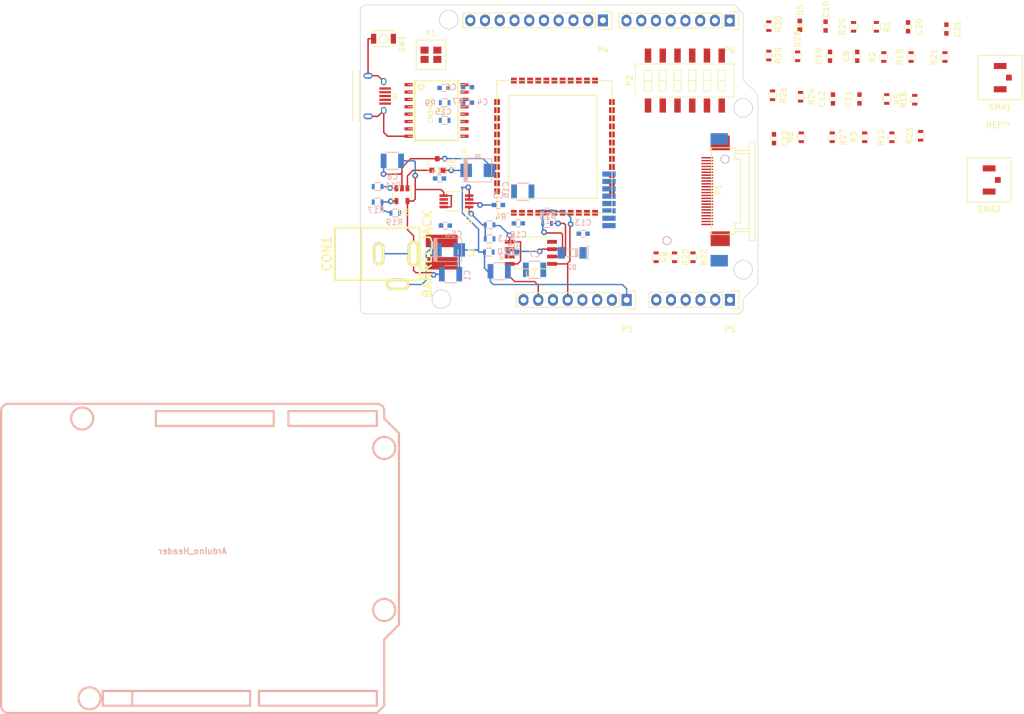
<source format=kicad_pcb>
(kicad_pcb (version 4) (host pcbnew 4.0.4-stable)
  (layers (0 F.Cu signal) (31 B.Cu signal) (34 B.Paste user) (35 F.Paste user) (36 B.SilkS user) (37 F.SilkS user) (38 B.Mask user) (39 F.Mask user) (44 Edge.Cuts user))
  (net 0 "")
  (net 1 Vin)
  (net 2 XO)
  (net 3 "Net-(C3-Pad1)")
  (net 4 "Net-(C4-Pad1)")
  (net 5 "Net-(C5-Pad1)")
  (net 6 "Net-(C5-Pad2)")
  (net 7 XI)
  (net 8 VCC5.0)
  (net 9 VCC3.3)
  (net 10 "Net-(C10-Pad1)")
  (net 11 VCC3.9)
  (net 12 "Net-(C16-Pad1)")
  (net 13 VSIM)
  (net 14 VDD_2V8)
  (net 15 VDD_1V8)
  (net 16 "Net-(C22-Pad1)")
  (net 17 "Net-(CON1-Pad1)")
  (net 18 VCC_USB)
  (net 19 "Net-(D4-Pad2)")
  (net 20 "Net-(D5-Pad2)")
  (net 21 "Net-(D5-Pad1)")
  (net 22 CAM_HREF)
  (net 23 CAM_Y7)
  (net 24 "Net-(P1-Pad1)")
  (net 25 CAM_PDN)
  (net 26 CAM_VSYNC)
  (net 27 CAM_RST)
  (net 28 "Net-(P1-Pad5)")
  (net 29 "Net-(P1-Pad3)")
  (net 30 CAM_CLK)
  (net 31 CAM_Y6)
  (net 32 CAM_Y5)
  (net 33 CAM_PCLK)
  (net 34 CAM_Y4)
  (net 35 CAM_Y0)
  (net 36 CAM_Y3)
  (net 37 CAM_Y1)
  (net 38 CAM_Y2)
  (net 39 "Net-(P1-Pad23)")
  (net 40 "Net-(P1-Pad24)")
  (net 41 UART_TXD)
  (net 42 UART_RXD)
  (net 43 WIFI_IO0)
  (net 44 WIFI_IO15)
  (net 45 WIFI_IO13)
  (net 46 WIFI_IO2)
  (net 47 WIFI_IO4)
  (net 48 WIFI_IO12)
  (net 49 WIFI_RST)
  (net 50 HST_TXD)
  (net 51 HST_RXD)
  (net 52 WIFI_TXD)
  (net 53 WIFI_RXD)
  (net 54 "Net-(R2-Pad1)")
  (net 55 "Net-(R13-Pad1)")
  (net 56 "Net-(R5-Pad1)")
  (net 57 SLEEP)
  (net 58 "Net-(R7-Pad1)")
  (net 59 "Net-(R9-Pad1)")
  (net 60 "Net-(R10-Pad2)")
  (net 61 "Net-(R12-Pad2)")
  (net 62 "Net-(R15-Pad1)")
  (net 63 I2C_SDA)
  (net 64 FLASH_LED-)
  (net 65 I2C_SCL)
  (net 66 "Net-(R29-Pad1)")
  (net 67 D-)
  (net 68 D+)
  (net 69 "Net-(U1-Pad4)")
  (net 70 "Net-(U3-Pad9)")
  (net 71 "Net-(U3-Pad10)")
  (net 72 "Net-(U3-Pad11)")
  (net 73 "Net-(U3-Pad12)")
  (net 74 "Net-(U3-Pad13)")
  (net 75 "Net-(U3-Pad14)")
  (net 76 "Net-(U3-Pad15)")
  (net 77 SIM_RST)
  (net 78 SIM_CLK)
  (net 79 SIM_DATA)
  (net 80 GPIO3)
  (net 81 FLASH_EN)
  (net 82 "Net-(U5-Pad1)")
  (net 83 "Net-(U7-Pad7)")
  (net 84 "Net-(U7-Pad6)")
  (net 85 "Net-(U7-Pad4)")
  (net 86 "Net-(R1-Pad1)")
  (net 87 "Net-(R17-Pad1)")
  (net 88 U_TXD)
  (net 89 WF_IO15)
  (net 90 WF_IO13)
  (net 91 U_RXD)
  (net 92 "Net-(P3-Pad8)")
  (net 93 "Net-(P5-Pad4)")
  (net 94 "Net-(P5-Pad5)")
  (net 95 "Net-(P5-Pad6)")
  (net 96 "Net-(P6-Pad1)")
  (net 97 "Net-(P6-Pad2)")
  (module A20:arduino_header (layer B.Cu) (at 68.199 158.877)
    (fp_text reference Arduino_Header (at 0 -1.27) (layer B.SilkS) (effects (font (size 1.016 1.016) (thickness 0.2032)) (justify mirror)))
    (fp_text value Val** hide)
  )
  (module A20:logo-esp8266.vn (layer F.Cu) (at 207.1116 83.6676)
    (fp_text reference REF** (at 0 0.5) (layer F.SilkS))
    (fp_text value esp8266.vn)
  )
  (module Resistors_SMD:R_0603 (layer F.Cu) (at 186.055 67.183 270)
    (fp_text reference R1 (at 0 -1.9 270) (layer F.SilkS))
    (fp_text value NC)
    (pad 1 smd rect (at -0.75 0 270) (size 0.5 0.9) (layers F.Cu F.Paste F.Mask) (net 86 "Net-(R1-Pad1)"))
    (pad 2 smd rect (at 0.75 0 270) (size 0.5 0.9) (layers F.Cu F.Paste F.Mask) (net 2 XO))
  )
  (module Resistors_SMD:R_0603 (layer F.Cu) (at 187.325 72.39 90)
    (fp_text reference R2 (at 0 -1.9 90) (layer F.SilkS))
    (fp_text value 0K)
    (pad 1 smd rect (at -0.75 0 90) (size 0.5 0.9) (layers F.Cu F.Paste F.Mask) (net 54 "Net-(R2-Pad1)"))
    (pad 2 smd rect (at 0.75 0 90) (size 0.5 0.9) (layers F.Cu F.Paste F.Mask) (net 86 "Net-(R1-Pad1)"))
  )
  (module Capacitors_SMD:C_1210 (layer B.Cu) (at 112.649 109.855 180)
    (fp_text reference C1 (at -2.8702 -0.2286 450) (layer B.SilkS) (effects (justify mirror)))
    (fp_text value 10uF/50V)
    (pad 1 smd rect (at -1.5 0 180) (size 1 2.5) (layers B.Cu B.Paste B.Mask) (net 1 Vin))
    (pad 2 smd rect (at 1.5 0 180) (size 1 2.5) (layers B.Cu B.Paste B.Mask) (net 2 XO))
  )
  (module Capacitors_SMD:C_1210 (layer B.Cu) (at 121.031 109.347)
    (fp_text reference C2 (at 0.8636 -2.5908) (layer B.SilkS) (effects (justify mirror)))
    (fp_text value 10uF/50v)
    (pad 1 smd rect (at -1.5 0) (size 1 2.5) (layers B.Cu B.Paste B.Mask) (net 1 Vin))
    (pad 2 smd rect (at 1.5 0) (size 1 2.5) (layers B.Cu B.Paste B.Mask) (net 2 XO))
  )
  (module Capacitors_SMD:C_0603 (layer B.Cu) (at 120.904 97.917)
    (fp_text reference C3 (at 0.0254 -1.7018) (layer B.SilkS) (effects (justify mirror)))
    (fp_text value 1uF)
    (pad 1 smd rect (at -0.75 0) (size 0.8 0.75) (layers B.Cu B.Paste B.Mask) (net 3 "Net-(C3-Pad1)"))
    (pad 2 smd rect (at 0.75 0) (size 0.8 0.75) (layers B.Cu B.Paste B.Mask) (net 2 XO))
  )
  (module Capacitors_SMD:C_0603 (layer B.Cu) (at 115.57 80.264)
    (fp_text reference C4 (at 2.5908 -0.1016) (layer B.SilkS) (effects (justify mirror)))
    (fp_text value 22pF)
    (pad 1 smd rect (at -0.75 0) (size 0.8 0.75) (layers B.Cu B.Paste B.Mask) (net 4 "Net-(C4-Pad1)"))
    (pad 2 smd rect (at 0.75 0) (size 0.8 0.75) (layers B.Cu B.Paste B.Mask) (net 2 XO))
  )
  (module Capacitors_SMD:C_0603 (layer B.Cu) (at 111.76 101.473 180)
    (fp_text reference C5 (at -1.9304 -1.4732 180) (layer B.SilkS) (effects (justify mirror)))
    (fp_text value 100nF)
    (pad 1 smd rect (at -0.75 0 180) (size 0.8 0.75) (layers B.Cu B.Paste B.Mask) (net 5 "Net-(C5-Pad1)"))
    (pad 2 smd rect (at 0.75 0 180) (size 0.8 0.75) (layers B.Cu B.Paste B.Mask) (net 6 "Net-(C5-Pad2)"))
  )
  (module Capacitors_SMD:C_0603 (layer B.Cu) (at 115.57 77.597 180)
    (fp_text reference C6 (at 2.8194 0.0254 180) (layer B.SilkS) (effects (justify mirror)))
    (fp_text value 22pF)
    (pad 1 smd rect (at -0.75 0 180) (size 0.8 0.75) (layers B.Cu B.Paste B.Mask) (net 7 XI))
    (pad 2 smd rect (at 0.75 0 180) (size 0.8 0.75) (layers B.Cu B.Paste B.Mask) (net 2 XO))
  )
  (module Capacitors_SMD:C_1210 (layer B.Cu) (at 127.127 109.093 180)
    (fp_text reference C7 (at 0 2.7 180) (layer B.SilkS) (effects (justify mirror)))
    (fp_text value 10uF/25V)
    (pad 1 smd rect (at -1.5 0 180) (size 1 2.5) (layers B.Cu B.Paste B.Mask) (net 8 VCC5.0))
    (pad 2 smd rect (at 1.5 0 180) (size 1 2.5) (layers B.Cu B.Paste B.Mask) (net 2 XO))
  )
  (module Capacitors_SMD:C_1210 (layer B.Cu) (at 102.616 90.297)
    (fp_text reference C8 (at 0 2.7) (layer B.SilkS) (effects (justify mirror)))
    (fp_text value 10uF/25V hide)
    (pad 1 smd rect (at -1.5 0) (size 1 2.5) (layers B.Cu B.Paste B.Mask) (net 8 VCC5.0))
    (pad 2 smd rect (at 1.5 0) (size 1 2.5) (layers B.Cu B.Paste B.Mask) (net 2 XO))
  )
  (module Capacitors_SMD:C_0603 (layer F.Cu) (at 182.753 72.263 90)
    (fp_text reference C9 (at 0 -1.9 90) (layer F.SilkS))
    (fp_text value 22uF)
    (pad 1 smd rect (at -0.75 0 90) (size 0.8 0.75) (layers F.Cu F.Paste F.Mask) (net 2 XO))
    (pad 2 smd rect (at 0.75 0 90) (size 0.8 0.75) (layers F.Cu F.Paste F.Mask) (net 9 VCC3.3))
  )
  (module Capacitors_SMD:C_0603 (layer F.Cu) (at 177.292 67.056 270)
    (fp_text reference C10 (at -2.921 -0.0762 270) (layer F.SilkS))
    (fp_text value 100nF)
    (pad 1 smd rect (at -0.75 0 270) (size 0.8 0.75) (layers F.Cu F.Paste F.Mask) (net 10 "Net-(C10-Pad1)"))
    (pad 2 smd rect (at 0.75 0 270) (size 0.8 0.75) (layers F.Cu F.Paste F.Mask) (net 2 XO))
  )
  (module Capacitors_SMD:C_0603 (layer F.Cu) (at 183.134 79.629 90)
    (fp_text reference C11 (at 0 -1.9 90) (layer F.SilkS))
    (fp_text value 100pF)
    (pad 1 smd rect (at -0.75 0 90) (size 0.8 0.75) (layers F.Cu F.Paste F.Mask) (net 2 XO))
    (pad 2 smd rect (at 0.75 0 90) (size 0.8 0.75) (layers F.Cu F.Paste F.Mask) (net 9 VCC3.3))
  )
  (module Capacitors_SMD:C_0603 (layer F.Cu) (at 178.562 79.629 90)
    (fp_text reference C12 (at 0 -1.9 90) (layer F.SilkS))
    (fp_text value 470uF)
    (pad 1 smd rect (at -0.75 0 90) (size 0.8 0.75) (layers F.Cu F.Paste F.Mask) (net 11 VCC3.9))
    (pad 2 smd rect (at 0.75 0 90) (size 0.8 0.75) (layers F.Cu F.Paste F.Mask) (net 2 XO))
  )
  (module Capacitors_SMD:C_0603 (layer B.Cu) (at 135.509 102.87 180)
    (fp_text reference C13 (at 0 1.9 180) (layer B.SilkS) (effects (justify mirror)))
    (fp_text value 10uF)
    (pad 1 smd rect (at -0.75 0 180) (size 0.8 0.75) (layers B.Cu B.Paste B.Mask) (net 11 VCC3.9))
    (pad 2 smd rect (at 0.75 0 180) (size 0.8 0.75) (layers B.Cu B.Paste B.Mask) (net 2 XO))
  )
  (module Capacitors_SMD:C_0603 (layer B.Cu) (at 110.744 93.345 180)
    (fp_text reference C14 (at 0.0254 1.3208 180) (layer B.SilkS) (effects (justify mirror)))
    (fp_text value 100nF)
    (pad 1 smd rect (at -0.75 0 180) (size 0.8 0.75) (layers B.Cu B.Paste B.Mask) (net 2 XO))
    (pad 2 smd rect (at 0.75 0 180) (size 0.8 0.75) (layers B.Cu B.Paste B.Mask) (net 8 VCC5.0))
  )
  (module Capacitors_SMD:C_0603 (layer B.Cu) (at 111.506 77.724)
    (fp_text reference C15 (at -0.1016 4.1148) (layer B.SilkS) (effects (justify mirror)))
    (fp_text value 22pF)
    (pad 1 smd rect (at -0.75 0) (size 0.8 0.75) (layers B.Cu B.Paste B.Mask) (net 8 VCC5.0))
    (pad 2 smd rect (at 0.75 0) (size 0.8 0.75) (layers B.Cu B.Paste B.Mask) (net 2 XO))
  )
  (module Capacitors_SMD:C_1210 (layer B.Cu) (at 125.095 95.631 180)
    (fp_text reference C16 (at 2.9464 0.3302 450) (layer B.SilkS) (effects (justify mirror)))
    (fp_text value 1uF/25V)
    (pad 1 smd rect (at -1.5 0 180) (size 1 2.5) (layers B.Cu B.Paste B.Mask) (net 12 "Net-(C16-Pad1)"))
    (pad 2 smd rect (at 1.5 0 180) (size 1 2.5) (layers B.Cu B.Paste B.Mask) (net 8 VCC5.0))
  )
  (module Capacitors_SMD:C_0603 (layer B.Cu) (at 129.286 99.06)
    (fp_text reference C17 (at 0.1524 1.5748) (layer B.SilkS) (effects (justify mirror)))
    (fp_text value 1uF/25V)
    (pad 1 smd rect (at -0.75 0) (size 0.8 0.75) (layers B.Cu B.Paste B.Mask) (net 12 "Net-(C16-Pad1)"))
    (pad 2 smd rect (at 0.75 0) (size 0.8 0.75) (layers B.Cu B.Paste B.Mask) (net 9 VCC3.3))
  )
  (module Capacitors_SMD:C_0603 (layer B.Cu) (at 124.333 101.092)
    (fp_text reference C18 (at 0 1.9) (layer B.SilkS) (effects (justify mirror)))
    (fp_text value 0.1uF)
    (pad 1 smd rect (at -0.75 0) (size 0.8 0.75) (layers B.Cu B.Paste B.Mask) (net 2 XO))
    (pad 2 smd rect (at 0.75 0) (size 0.8 0.75) (layers B.Cu B.Paste B.Mask) (net 13 VSIM))
  )
  (module Capacitors_SMD:C_0603 (layer F.Cu) (at 178.054 72.263 90)
    (fp_text reference C19 (at 0 -1.9 90) (layer F.SilkS))
    (fp_text value 0.1uF)
    (pad 1 smd rect (at -0.75 0 90) (size 0.8 0.75) (layers F.Cu F.Paste F.Mask) (net 2 XO))
    (pad 2 smd rect (at 0.75 0 90) (size 0.8 0.75) (layers F.Cu F.Paste F.Mask) (net 14 VDD_2V8))
  )
  (module Capacitors_SMD:C_0603 (layer F.Cu) (at 191.516 67.183 270)
    (fp_text reference C20 (at 0 -1.9 270) (layer F.SilkS))
    (fp_text value 0.1uF)
    (pad 1 smd rect (at -0.75 0 270) (size 0.8 0.75) (layers F.Cu F.Paste F.Mask) (net 2 XO))
    (pad 2 smd rect (at 0.75 0 270) (size 0.8 0.75) (layers F.Cu F.Paste F.Mask) (net 15 VDD_1V8))
  )
  (module Capacitors_SMD:C_0603 (layer F.Cu) (at 198.12 67.564 270)
    (fp_text reference C21 (at 0 -1.9 270) (layer F.SilkS))
    (fp_text value 0.1uF)
    (pad 1 smd rect (at -0.75 0 270) (size 0.8 0.75) (layers F.Cu F.Paste F.Mask) (net 2 XO))
    (pad 2 smd rect (at 0.75 0 270) (size 0.8 0.75) (layers F.Cu F.Paste F.Mask) (net 14 VDD_2V8))
  )
  (module Capacitors_SMD:C_0603 (layer F.Cu) (at 168.402 86.487 270)
    (fp_text reference C22 (at 0 -1.9 270) (layer F.SilkS))
    (fp_text value 100nF)
    (pad 1 smd rect (at -0.75 0 270) (size 0.8 0.75) (layers F.Cu F.Paste F.Mask) (net 16 "Net-(C22-Pad1)"))
    (pad 2 smd rect (at 0.75 0 270) (size 0.8 0.75) (layers F.Cu F.Paste F.Mask) (net 2 XO))
  )
  (module LEDs:LED_0603 (layer B.Cu) (at 123.317 106.045 180)
    (fp_text reference D4 (at -0.1016 1.3716 180) (layer B.SilkS) (effects (justify mirror)))
    (fp_text value L_PWR)
    (pad 2 smd rect (at 0.7493 0) (size 0.79756 0.79756) (layers B.Cu B.Paste B.Mask) (net 19 "Net-(D4-Pad2)"))
    (pad 1 smd rect (at -0.7493 0) (size 0.79756 0.79756) (layers B.Cu B.Paste B.Mask) (net 12 "Net-(C16-Pad1)"))
  )
  (module LEDs:LED_0603 (layer F.Cu) (at 172.847 66.929 90)
    (fp_text reference D5 (at 2.6416 0.0508 90) (layer F.SilkS))
    (fp_text value LED_blue)
    (pad 2 smd rect (at 0.7493 0 270) (size 0.79756 0.79756) (layers F.Cu F.Paste F.Mask) (net 20 "Net-(D5-Pad2)"))
    (pad 1 smd rect (at -0.7493 0 270) (size 0.79756 0.79756) (layers F.Cu F.Paste F.Mask) (net 21 "Net-(D5-Pad1)"))
  )
  (module Choke_SMD:Choke_SMD_Wuerth-WE-PD2-Typ-MS (layer F.Cu) (at 111.125 106.045 270)
    (fp_text reference L1 (at 0 -5.08 270) (layer F.SilkS))
    (fp_text value 22uH)
    (pad 1 smd rect (at -1.9304 0 270) (size 2.14884 5.4991) (layers F.Cu F.Paste F.Mask) (net 6 "Net-(C5-Pad2)"))
    (pad 2 smd rect (at 1.9304 0 270) (size 2.14884 5.4991) (layers F.Cu F.Paste F.Mask) (net 8 VCC5.0))
  )
  (module Resistors_SMD:R_0603 (layer F.Cu) (at 184.023 86.233 90)
    (fp_text reference R3 (at 0 -1.9 90) (layer F.SilkS))
    (fp_text value NC)
    (pad 1 smd rect (at -0.75 0 90) (size 0.5 0.9) (layers F.Cu F.Paste F.Mask) (net 2 XO))
    (pad 2 smd rect (at 0.75 0 90) (size 0.5 0.9) (layers F.Cu F.Paste F.Mask) (net 54 "Net-(R2-Pad1)"))
  )
  (module Resistors_SMD:R_0603 (layer B.Cu) (at 119.38 101.346 180)
    (fp_text reference R4 (at -1.9304 1.3208 180) (layer B.SilkS) (effects (justify mirror)))
    (fp_text value 52.5K)
    (pad 1 smd rect (at -0.75 0 180) (size 0.5 0.9) (layers B.Cu B.Paste B.Mask) (net 8 VCC5.0))
    (pad 2 smd rect (at 0.75 0 180) (size 0.5 0.9) (layers B.Cu B.Paste B.Mask) (net 55 "Net-(R13-Pad1)"))
  )
  (module Resistors_SMD:R_0603 (layer F.Cu) (at 187.833 79.629 270)
    (fp_text reference R5 (at 0 -1.9 270) (layer F.SilkS))
    (fp_text value 10K)
    (pad 1 smd rect (at -0.75 0 270) (size 0.5 0.9) (layers F.Cu F.Paste F.Mask) (net 56 "Net-(R5-Pad1)"))
    (pad 2 smd rect (at 0.75 0 270) (size 0.5 0.9) (layers F.Cu F.Paste F.Mask) (net 57 SLEEP))
  )
  (module Resistors_SMD:R_0603 (layer F.Cu) (at 173.101 86.233 90)
    (fp_text reference R6 (at 0 -1.9 90) (layer F.SilkS))
    (fp_text value 100R)
    (pad 1 smd rect (at -0.75 0 90) (size 0.5 0.9) (layers F.Cu F.Paste F.Mask) (net 2 XO))
    (pad 2 smd rect (at 0.75 0 90) (size 0.5 0.9) (layers F.Cu F.Paste F.Mask) (net 44 WIFI_IO15))
  )
  (module Resistors_SMD:R_0603 (layer B.Cu) (at 111.633 83.312 180)
    (fp_text reference R7 (at -2.286 3.2512 180) (layer B.SilkS) (effects (justify mirror)))
    (fp_text value 470R)
    (pad 1 smd rect (at -0.75 0 180) (size 0.5 0.9) (layers B.Cu B.Paste B.Mask) (net 58 "Net-(R7-Pad1)"))
    (pad 2 smd rect (at 0.75 0 180) (size 0.5 0.9) (layers B.Cu B.Paste B.Mask) (net 42 UART_RXD))
  )
  (module Resistors_SMD:R_0603 (layer F.Cu) (at 148.082 106.934 270)
    (fp_text reference R8 (at -0.0508 -1.4732 270) (layer F.SilkS))
    (fp_text value 10R)
    (pad 1 smd rect (at -0.75 0 270) (size 0.5 0.9) (layers F.Cu F.Paste F.Mask) (net 11 VCC3.9))
    (pad 2 smd rect (at 0.75 0 270) (size 0.5 0.9) (layers F.Cu F.Paste F.Mask) (net 8 VCC5.0))
  )
  (module Resistors_SMD:R_0603 (layer B.Cu) (at 111.633 80.264)
    (fp_text reference R9 (at -2.4892 0.1016) (layer B.SilkS) (effects (justify mirror)))
    (fp_text value 470R)
    (pad 1 smd rect (at -0.75 0) (size 0.5 0.9) (layers B.Cu B.Paste B.Mask) (net 59 "Net-(R9-Pad1)"))
    (pad 2 smd rect (at 0.75 0) (size 0.5 0.9) (layers B.Cu B.Paste B.Mask) (net 41 UART_TXD))
  )
  (module Resistors_SMD:R_0603 (layer B.Cu) (at 119.253 106.045)
    (fp_text reference R10 (at 2.8956 -0.1016) (layer B.SilkS) (effects (justify mirror)))
    (fp_text value 10k)
    (pad 1 smd rect (at -0.75 0) (size 0.5 0.9) (layers B.Cu B.Paste B.Mask) (net 1 Vin))
    (pad 2 smd rect (at 0.75 0) (size 0.5 0.9) (layers B.Cu B.Paste B.Mask) (net 60 "Net-(R10-Pad2)"))
  )
  (module Resistors_SMD:R_0603 (layer B.Cu) (at 100.076 94.742 180)
    (fp_text reference R11 (at -2.6416 0.1524 180) (layer B.SilkS) (effects (justify mirror)))
    (fp_text value 10k)
    (pad 1 smd rect (at -0.75 0 180) (size 0.5 0.9) (layers B.Cu B.Paste B.Mask) (net 60 "Net-(R10-Pad2)"))
    (pad 2 smd rect (at 0.75 0 180) (size 0.5 0.9) (layers B.Cu B.Paste B.Mask) (net 2 XO))
  )
  (module Resistors_SMD:R_0603 (layer F.Cu) (at 188.722 86.233 90)
    (fp_text reference R12 (at 0 -1.9 90) (layer F.SilkS))
    (fp_text value NC)
    (pad 1 smd rect (at -0.75 0 90) (size 0.5 0.9) (layers F.Cu F.Paste F.Mask) (net 2 XO))
    (pad 2 smd rect (at 0.75 0 90) (size 0.5 0.9) (layers F.Cu F.Paste F.Mask) (net 61 "Net-(R12-Pad2)"))
  )
  (module Resistors_SMD:R_0603 (layer B.Cu) (at 119.38 103.759)
    (fp_text reference R13 (at 2.8956 -0.0508) (layer B.SilkS) (effects (justify mirror)))
    (fp_text value 10k)
    (pad 1 smd rect (at -0.75 0) (size 0.5 0.9) (layers B.Cu B.Paste B.Mask) (net 55 "Net-(R13-Pad1)"))
    (pad 2 smd rect (at 0.75 0) (size 0.5 0.9) (layers B.Cu B.Paste B.Mask) (net 2 XO))
  )
  (module Resistors_SMD:R_0603 (layer F.Cu) (at 192.024 72.39 90)
    (fp_text reference R15 (at 0 -1.9 90) (layer F.SilkS))
    (fp_text value 0K)
    (pad 1 smd rect (at -0.75 0 90) (size 0.5 0.9) (layers F.Cu F.Paste F.Mask) (net 62 "Net-(R15-Pad1)"))
    (pad 2 smd rect (at 0.75 0 90) (size 0.5 0.9) (layers F.Cu F.Paste F.Mask) (net 61 "Net-(R12-Pad2)"))
  )
  (module Resistors_SMD:R_0603 (layer F.Cu) (at 192.659 79.756 90)
    (fp_text reference R16 (at 0 -1.9 90) (layer F.SilkS))
    (fp_text value NC)
    (pad 1 smd rect (at -0.75 0 90) (size 0.5 0.9) (layers F.Cu F.Paste F.Mask) (net 2 XO))
    (pad 2 smd rect (at 0.75 0 90) (size 0.5 0.9) (layers F.Cu F.Paste F.Mask) (net 62 "Net-(R15-Pad1)"))
  )
  (module Resistors_SMD:R_0603 (layer B.Cu) (at 100.076 97.409)
    (fp_text reference R17 (at -0.254 1.4224) (layer B.SilkS) (effects (justify mirror)))
    (fp_text value 3K/1%)
    (pad 1 smd rect (at -0.75 0) (size 0.5 0.9) (layers B.Cu B.Paste B.Mask) (net 87 "Net-(R17-Pad1)"))
    (pad 2 smd rect (at 0.75 0) (size 0.5 0.9) (layers B.Cu B.Paste B.Mask) (net 9 VCC3.3))
  )
  (module Resistors_SMD:R_0603 (layer B.Cu) (at 129.286 101.092 180)
    (fp_text reference R18 (at -0.1016 1.4732 180) (layer B.SilkS) (effects (justify mirror)))
    (fp_text value 1K/1%)
    (pad 1 smd rect (at -0.75 0 180) (size 0.5 0.9) (layers B.Cu B.Paste B.Mask) (net 87 "Net-(R17-Pad1)"))
    (pad 2 smd rect (at 0.75 0 180) (size 0.5 0.9) (layers B.Cu B.Paste B.Mask) (net 12 "Net-(C16-Pad1)"))
  )
  (module Resistors_SMD:R_0603 (layer B.Cu) (at 103.124 99.314)
    (fp_text reference R19 (at -0.1524 1.5748) (layer B.SilkS) (effects (justify mirror)))
    (fp_text value 470K)
    (pad 1 smd rect (at -0.75 0) (size 0.5 0.9) (layers B.Cu B.Paste B.Mask) (net 9 VCC3.3))
    (pad 2 smd rect (at 0.75 0) (size 0.5 0.9) (layers B.Cu B.Paste B.Mask) (net 19 "Net-(D4-Pad2)"))
  )
  (module Resistors_SMD:R_0603 (layer F.Cu) (at 151.257 106.934 270)
    (fp_text reference R20 (at 0 -1.9 270) (layer F.SilkS))
    (fp_text value 1K/1%)
    (pad 1 smd rect (at -0.75 0 270) (size 0.5 0.9) (layers F.Cu F.Paste F.Mask) (net 39 "Net-(P1-Pad23)"))
    (pad 2 smd rect (at 0.75 0 270) (size 0.5 0.9) (layers F.Cu F.Paste F.Mask) (net 11 VCC3.9))
  )
  (module Resistors_SMD:R_0603 (layer F.Cu) (at 197.866 72.39 90)
    (fp_text reference R21 (at 0 -1.9 90) (layer F.SilkS))
    (fp_text value 1K/1%)
    (pad 1 smd rect (at -0.75 0 90) (size 0.5 0.9) (layers F.Cu F.Paste F.Mask) (net 29 "Net-(P1-Pad3)"))
    (pad 2 smd rect (at 0.75 0 90) (size 0.5 0.9) (layers F.Cu F.Paste F.Mask) (net 63 I2C_SDA))
  )
  (module Resistors_SMD:R_0603 (layer F.Cu) (at 154.432 106.934 270)
    (fp_text reference R22 (at 0 -1.9 270) (layer F.SilkS))
    (fp_text value 1K/1%)
    (pad 1 smd rect (at -0.75 0 270) (size 0.5 0.9) (layers F.Cu F.Paste F.Mask) (net 40 "Net-(P1-Pad24)"))
    (pad 2 smd rect (at 0.75 0 270) (size 0.5 0.9) (layers F.Cu F.Paste F.Mask) (net 64 FLASH_LED-))
  )
  (module Resistors_SMD:R_0603 (layer F.Cu) (at 193.675 85.979 90)
    (fp_text reference R23 (at 0 -1.9 90) (layer F.SilkS))
    (fp_text value 1K/1%)
    (pad 1 smd rect (at -0.75 0 90) (size 0.5 0.9) (layers F.Cu F.Paste F.Mask) (net 28 "Net-(P1-Pad5)"))
    (pad 2 smd rect (at 0.75 0 90) (size 0.5 0.9) (layers F.Cu F.Paste F.Mask) (net 65 I2C_SCL))
  )
  (module Resistors_SMD:R_0603 (layer F.Cu) (at 172.974 79.248 270)
    (fp_text reference R24 (at 0 -1.9 270) (layer F.SilkS))
    (fp_text value 10K)
    (pad 1 smd rect (at -0.75 0 270) (size 0.5 0.9) (layers F.Cu F.Paste F.Mask) (net 9 VCC3.3))
    (pad 2 smd rect (at 0.75 0 270) (size 0.5 0.9) (layers F.Cu F.Paste F.Mask) (net 43 WIFI_IO0))
  )
  (module Resistors_SMD:R_0603 (layer F.Cu) (at 182.118 67.183 90)
    (fp_text reference R25 (at 0 -1.9 90) (layer F.SilkS))
    (fp_text value 10K)
    (pad 1 smd rect (at -0.75 0 90) (size 0.5 0.9) (layers F.Cu F.Paste F.Mask) (net 9 VCC3.3))
    (pad 2 smd rect (at 0.75 0 90) (size 0.5 0.9) (layers F.Cu F.Paste F.Mask) (net 46 WIFI_IO2))
  )
  (module Resistors_SMD:R_0603 (layer F.Cu) (at 168.148 78.994 270)
    (fp_text reference R26 (at 0 -1.9 270) (layer F.SilkS))
    (fp_text value 10K)
    (pad 1 smd rect (at -0.75 0 270) (size 0.5 0.9) (layers F.Cu F.Paste F.Mask) (net 9 VCC3.3))
    (pad 2 smd rect (at 0.75 0 270) (size 0.5 0.9) (layers F.Cu F.Paste F.Mask) (net 16 "Net-(C22-Pad1)"))
  )
  (module Resistors_SMD:R_0603 (layer F.Cu) (at 178.435 86.233 270)
    (fp_text reference R27 (at 0 -1.9 270) (layer F.SilkS))
    (fp_text value 10K)
    (pad 1 smd rect (at -0.75 0 270) (size 0.5 0.9) (layers F.Cu F.Paste F.Mask) (net 44 WIFI_IO15))
    (pad 2 smd rect (at 0.75 0 270) (size 0.5 0.9) (layers F.Cu F.Paste F.Mask) (net 2 XO))
  )
  (module Resistors_SMD:R_0603 (layer F.Cu) (at 172.466 72.263 270)
    (fp_text reference R28 (at -2.9972 0 270) (layer F.SilkS))
    (fp_text value 470R)
    (pad 1 smd rect (at -0.75 0 270) (size 0.5 0.9) (layers F.Cu F.Paste F.Mask) (net 20 "Net-(D5-Pad2)"))
    (pad 2 smd rect (at 0.75 0 270) (size 0.5 0.9) (layers F.Cu F.Paste F.Mask) (net 9 VCC3.3))
  )
  (module Resistors_SMD:R_0603 (layer F.Cu) (at 167.513 72.136 270)
    (fp_text reference R29 (at 0 -1.6256 270) (layer F.SilkS))
    (fp_text value OR)
    (pad 1 smd rect (at -0.75 0 270) (size 0.5 0.9) (layers F.Cu F.Paste F.Mask) (net 66 "Net-(R29-Pad1)"))
    (pad 2 smd rect (at 0.75 0 270) (size 0.5 0.9) (layers F.Cu F.Paste F.Mask) (net 21 "Net-(D5-Pad1)"))
  )
  (module Resistors_SMD:R_0603 (layer F.Cu) (at 167.513 67.056 90)
    (fp_text reference R30 (at 0.3556 1.6764 90) (layer F.SilkS))
    (fp_text value 470R)
    (pad 1 smd rect (at -0.75 0 90) (size 0.5 0.9) (layers F.Cu F.Paste F.Mask) (net 66 "Net-(R29-Pad1)"))
    (pad 2 smd rect (at 0.75 0 90) (size 0.5 0.9) (layers F.Cu F.Paste F.Mask) (net 49 WIFI_RST))
  )
  (module Housings_SSOP:MSOP-8_3x3mm_Pitch0.65mm (layer F.Cu) (at 113.665 97.282 180)
    (fp_text reference U2 (at -2.1336 -3.048 270) (layer F.SilkS))
    (fp_text value MCP16311-MNY)
    (pad 1 smd rect (at -2.2 -0.975 180) (size 1.45 0.45) (layers F.Cu F.Paste F.Mask) (net 55 "Net-(R13-Pad1)"))
    (pad 2 smd rect (at -2.2 -0.325 180) (size 1.45 0.45) (layers F.Cu F.Paste F.Mask) (net 3 "Net-(C3-Pad1)"))
    (pad 3 smd rect (at -2.2 0.325 180) (size 1.45 0.45) (layers F.Cu F.Paste F.Mask) (net 1 Vin))
    (pad 4 smd rect (at -2.2 0.975 180) (size 1.45 0.45) (layers F.Cu F.Paste F.Mask) (net 1 Vin))
    (pad 5 smd rect (at 2.2 0.975 180) (size 1.45 0.45) (layers F.Cu F.Paste F.Mask) (net 2 XO))
    (pad 6 smd rect (at 2.2 0.325 180) (size 1.45 0.45) (layers F.Cu F.Paste F.Mask) (net 6 "Net-(C5-Pad2)"))
    (pad 7 smd rect (at 2.2 -0.325 180) (size 1.45 0.45) (layers F.Cu F.Paste F.Mask) (net 5 "Net-(C5-Pad1)"))
    (pad 8 smd rect (at 2.2 -0.975 180) (size 1.45 0.45) (layers F.Cu F.Paste F.Mask) (net 2 XO))
  )
  (module TO_SOT_Packages_SMD:SOT-23-5 (layer F.Cu) (at 104.267 96.139 270)
    (fp_text reference U5 (at 3.048 -0.3556 360) (layer F.SilkS))
    (fp_text value MCP6001R hide)
    (pad 1 smd rect (at -1.1 -0.95 270) (size 1.06 0.65) (layers F.Cu F.Paste F.Mask) (net 82 "Net-(U5-Pad1)"))
    (pad 2 smd rect (at -1.1 0 270) (size 1.06 0.65) (layers F.Cu F.Paste F.Mask) (net 8 VCC5.0))
    (pad 3 smd rect (at -1.1 0.95 270) (size 1.06 0.65) (layers F.Cu F.Paste F.Mask) (net 60 "Net-(R10-Pad2)"))
    (pad 4 smd rect (at 1.1 0.95 270) (size 1.06 0.65) (layers F.Cu F.Paste F.Mask) (net 9 VCC3.3))
    (pad 5 smd rect (at 1.1 -0.95 270) (size 1.06 0.65) (layers F.Cu F.Paste F.Mask) (net 2 XO))
  )
  (module TO_SOT_Packages_SMD:SOT-23 (layer F.Cu) (at 110.363 90.932 90)
    (fp_text reference U6 (at 0.0762 2.5908 90) (layer F.SilkS))
    (fp_text value IRLM6402)
    (pad 1 smd rect (at -1 -0.95 90) (size 0.9 0.8) (layers F.Cu F.Paste F.Mask) (net 82 "Net-(U5-Pad1)"))
    (pad 2 smd rect (at -1 0.95 90) (size 0.9 0.8) (layers F.Cu F.Paste F.Mask) (net 18 VCC_USB))
    (pad 3 smd rect (at 1 0 90) (size 0.9 0.8) (layers F.Cu F.Paste F.Mask) (net 8 VCC5.0))
  )
  (module Housings_SOIC:SOIJ-8_5.3x5.3mm_Pitch1.27mm (layer F.Cu) (at 126.492 106.172 180)
    (fp_text reference U7 (at 0 -3.68 180) (layer F.SilkS))
    (fp_text value BD00GA5WEFJ)
    (pad 1 smd rect (at -3.65 -1.905 180) (size 1.7 0.65) (layers F.Cu F.Paste F.Mask) (net 9 VCC3.3))
    (pad 2 smd rect (at -3.65 -0.635 180) (size 1.7 0.65) (layers F.Cu F.Paste F.Mask) (net 87 "Net-(R17-Pad1)"))
    (pad 3 smd rect (at -3.65 0.635 180) (size 1.7 0.65) (layers F.Cu F.Paste F.Mask) (net 12 "Net-(C16-Pad1)"))
    (pad 4 smd rect (at -3.65 1.905 180) (size 1.7 0.65) (layers F.Cu F.Paste F.Mask) (net 85 "Net-(U7-Pad4)"))
    (pad 5 smd rect (at 3.65 1.905 180) (size 1.7 0.65) (layers F.Cu F.Paste F.Mask) (net 8 VCC5.0))
    (pad 6 smd rect (at 3.65 0.635 180) (size 1.7 0.65) (layers F.Cu F.Paste F.Mask) (net 84 "Net-(U7-Pad6)"))
    (pad 7 smd rect (at 3.65 -0.635 180) (size 1.7 0.65) (layers F.Cu F.Paste F.Mask) (net 83 "Net-(U7-Pad7)"))
    (pad 8 smd rect (at 3.65 -1.905 180) (size 1.7 0.65) (layers F.Cu F.Paste F.Mask) (net 8 VCC5.0))
  )
  (module Buttons_Switches_SMD:SW_SPST_B3U-1000P (layer F.Cu) (at 101.092 69.2404 180)
    (fp_text reference SW1 (at -3.1496 -0.8636 270) (layer F.SilkS))
    (fp_text value SW_PUSH)
    (pad 1 smd rect (at -1.7 0 180) (size 0.9 1.7) (layers F.Cu F.Paste F.Mask) (net 66 "Net-(R29-Pad1)"))
    (pad 2 smd rect (at 1.7 0 180) (size 0.9 1.7) (layers F.Cu F.Paste F.Mask) (net 2 XO))
  )
  (module A20:dc_socket (layer F.Cu) (at 100.0252 106.3244 270)
    (fp_text reference CON1 (at 0 8.6995 270) (layer F.SilkS) (effects (font (thickness 0.3048))))
    (fp_text value BARREL_JACK (at 0 -8.60044 270) (layer F.SilkS) (effects (font (thickness 0.3048))))
    (pad 1 thru_hole oval (at 5.30098 -3.50012 270) (size 1.99898 4.0005) (drill oval 1.00076 2.99974) (layers *.Cu *.Mask F.SilkS) (net 17 "Net-(CON1-Pad1)"))
    (pad 2 thru_hole oval (at 0 -0.24892 270) (size 4.0005 1.99898) (drill oval 2.99974 1.00076) (layers *.Cu *.Mask F.SilkS) (net 2 XO))
    (pad 3 thru_hole oval (at 0 -6.25094 270) (size 4.50088 1.99898) (drill oval 3.50012 1.00076) (layers *.Cu *.Mask F.SilkS) (net 2 XO))
  )
  (module A20:do214aa (layer B.Cu) (at 112.141 105.664 180)
    (fp_text reference D1 (at 0 2.49936 180) (layer B.SilkS) (effects (font (size 0.50038 0.50038) (thickness 0.11938)) (justify mirror)))
    (fp_text value SS24 hide)
    (pad 2 smd rect (at 2.00914 0 180) (size 1.99898 2.30124) (layers B.Cu B.Paste B.Mask) (net 17 "Net-(CON1-Pad1)"))
    (pad 1 smd rect (at -2.00914 0 180) (size 1.99898 2.30124) (layers B.Cu B.Paste B.Mask) (net 1 Vin))
  )
  (module A20:SOD-80 (layer B.Cu) (at 133.604 106.172 180)
    (fp_text reference D2 (at 0 -2.4892 180) (layer B.SilkS) (effects (font (size 0.8 0.8)) (justify mirror)))
    (fp_text value D_Zener)
    (pad 1 smd rect (at -1.875 0 180) (size 1.25 2) (layers B.Cu B.Paste B.Mask) (net 11 VCC3.9))
    (pad 2 smd rect (at 1.875 0 180) (size 1.25 2) (layers B.Cu B.Paste B.Mask) (net 2 XO))
  )
  (module A20:do214aa (layer B.Cu) (at 117.348 91.948 180)
    (fp_text reference D3 (at 0 2.49936 180) (layer B.SilkS) (effects (font (size 0.50038 0.50038) (thickness 0.11938)) (justify mirror)))
    (fp_text value SS24 hide)
    (pad 2 smd rect (at 2.00914 0 180) (size 1.99898 2.30124) (layers B.Cu B.Paste B.Mask) (net 18 VCC_USB))
    (pad 1 smd rect (at -2.00914 0 180) (size 1.99898 2.30124) (layers B.Cu B.Paste B.Mask) (net 8 VCC5.0))
  )
  (module A20:camera_socket24aaa (layer F.Cu) (at 160.147 96.52 90)
    (fp_text reference P1 (at 1.27 -1.27 90) (layer F.SilkS))
    (fp_text value CAMERASOCKET)
    (pad 14 smd rect (at 0.254 -3.2512 90) (size 0.254 2.032) (layers F.Cu F.Paste F.Mask) (net 31 CAM_Y6))
    (pad 15 smd rect (at -0.254 -3.2512 90) (size 0.254 2.032) (layers F.Cu F.Paste F.Mask) (net 2 XO))
    (pad 16 smd rect (at -0.7493 -3.2512 90) (size 0.254 2.032) (layers F.Cu F.Paste F.Mask) (net 32 CAM_Y5))
    (pad 13 smd rect (at 0.7493 -3.2512 90) (size 0.254 2.032) (layers F.Cu F.Paste F.Mask) (net 30 CAM_CLK))
    (pad 24 smd rect (at -4.7498 -3.2512 90) (size 0.254 2.032) (layers F.Cu F.Paste F.Mask) (net 40 "Net-(P1-Pad24)"))
    (pad 17 smd rect (at -1.2446 -3.2512 90) (size 0.254 2.032) (layers F.Cu F.Paste F.Mask) (net 33 CAM_PCLK))
    (pad 18 smd rect (at -1.7526 -3.2512 90) (size 0.254 2.032) (layers F.Cu F.Paste F.Mask) (net 34 CAM_Y4))
    (pad 19 smd rect (at -2.2479 -3.2512 90) (size 0.254 2.032) (layers F.Cu F.Paste F.Mask) (net 35 CAM_Y0))
    (pad 20 smd rect (at -2.7432 -3.2512 90) (size 0.254 2.032) (layers F.Cu F.Paste F.Mask) (net 36 CAM_Y3))
    (pad 21 smd rect (at -3.2512 -3.2512 90) (size 0.254 2.032) (layers F.Cu F.Paste F.Mask) (net 37 CAM_Y1))
    (pad 22 smd rect (at -3.7465 -3.2512 90) (size 0.254 2.032) (layers F.Cu F.Paste F.Mask) (net 38 CAM_Y2))
    (pad 23 smd rect (at -4.2418 -3.2512 90) (size 0.254 2.032) (layers F.Cu F.Paste F.Mask) (net 39 "Net-(P1-Pad23)"))
    (pad 12 smd rect (at 1.2446 -3.2512 90) (size 0.254 2.032) (layers F.Cu F.Paste F.Mask) (net 23 CAM_Y7))
    (pad 11 smd rect (at 1.7526 -3.2512 90) (size 0.254 2.032) (layers F.Cu F.Paste F.Mask) (net 14 VDD_2V8))
    (pad 10 smd rect (at 2.2479 -3.2512 90) (size 0.254 2.032) (layers F.Cu F.Paste F.Mask) (net 15 VDD_1V8))
    (pad 9 smd rect (at 2.7432 -3.2512 90) (size 0.254 2.032) (layers F.Cu F.Paste F.Mask) (net 22 CAM_HREF))
    (pad 8 smd rect (at 3.2512 -3.2512 90) (size 0.254 2.032) (layers F.Cu F.Paste F.Mask) (net 25 CAM_PDN))
    (pad 7 smd rect (at 3.7465 -3.2512 90) (size 0.254 2.032) (layers F.Cu F.Paste F.Mask) (net 26 CAM_VSYNC))
    (pad 6 smd rect (at 4.2418 -3.2512 90) (size 0.254 2.032) (layers F.Cu F.Paste F.Mask) (net 27 CAM_RST))
    (pad 5 smd rect (at 4.7498 -3.2512 90) (size 0.254 2.032) (layers F.Cu F.Paste F.Mask) (net 28 "Net-(P1-Pad5)"))
    (pad "" smd rect (at -7.2136 -1.016 90) (size 2.54 3.302) (layers F.Cu F.Paste F.Mask))
    (pad "" smd rect (at 9.3138 -1.016 90) (size 2.54 3.302) (layers F.Cu F.Paste F.Mask))
    (pad 4 smd rect (at 5.25 -3.2514 90) (size 0.245 2.032) (layers F.Cu F.Paste F.Mask) (net 14 VDD_2V8))
    (pad 3 smd rect (at 5.75 -3.2514 90) (size 0.245 2.032) (layers F.Cu F.Paste F.Mask) (net 29 "Net-(P1-Pad3)"))
    (pad 2 smd rect (at 6.25 -3.2514 90) (size 0.245 2.032) (layers F.Cu F.Paste F.Mask) (net 2 XO))
    (pad 1 smd rect (at 6.75 -3.2514 90) (size 0.245 2.032) (layers F.Cu F.Paste F.Mask) (net 24 "Net-(P1-Pad1)"))
  )
  (module Buttons_Switches_ThroughHole:SW_DIP_x6_W8.61mm_Slide_SMD_LowProfile (layer F.Cu) (at 153.035 76.454 90)
    (fp_text reference P2 (at 0 -9.52 90) (layer F.SilkS))
    (fp_text value SW2x6)
    (pad 1 smd rect (at -4.305 -6.35 90) (size 2.44 1.12) (layers F.Cu F.Mask) (net 42 UART_RXD))
    (pad 7 smd rect (at 4.305 6.35 90) (size 2.44 1.12) (layers F.Cu F.Mask) (net 45 WIFI_IO13))
    (pad 2 smd rect (at -4.305 -3.81 90) (size 2.44 1.12) (layers F.Cu F.Mask) (net 42 UART_RXD))
    (pad 8 smd rect (at 4.305 3.81 90) (size 2.44 1.12) (layers F.Cu F.Mask) (net 44 WIFI_IO15))
    (pad 3 smd rect (at -4.305 -1.27 90) (size 2.44 1.12) (layers F.Cu F.Mask) (net 41 UART_TXD))
    (pad 9 smd rect (at 4.305 1.27 90) (size 2.44 1.12) (layers F.Cu F.Mask) (net 45 WIFI_IO13))
    (pad 4 smd rect (at -4.305 1.27 90) (size 2.44 1.12) (layers F.Cu F.Mask) (net 41 UART_TXD))
    (pad 10 smd rect (at 4.305 -1.27 90) (size 2.44 1.12) (layers F.Cu F.Mask) (net 88 U_TXD))
    (pad 5 smd rect (at -4.305 3.81 90) (size 2.44 1.12) (layers F.Cu F.Mask) (net 89 WF_IO15))
    (pad 11 smd rect (at 4.305 -3.81 90) (size 2.44 1.12) (layers F.Cu F.Mask) (net 44 WIFI_IO15))
    (pad 6 smd rect (at -4.305 6.35 90) (size 2.44 1.12) (layers F.Cu F.Mask) (net 90 WF_IO13))
    (pad 12 smd rect (at 4.305 -6.35 90) (size 2.44 1.12) (layers F.Cu F.Mask) (net 91 U_RXD))
  )
  (module A20:ANTEN_FP (layer F.Cu) (at 207.391 75.946)
    (fp_text reference SMA1 (at 0 5.08) (layer F.SilkS))
    (fp_text value SMA)
    (pad 1 smd rect (at 0 2) (size 2.2 1.05) (layers F.Cu F.Paste F.Mask) (net 2 XO))
    (pad 2 smd rect (at 0 -2) (size 2.2 1.05) (layers F.Cu F.Paste F.Mask) (net 2 XO))
    (pad 3 smd rect (at 1.5 0) (size 1 1) (layers F.Cu F.Paste F.Mask) (net 54 "Net-(R2-Pad1)"))
  )
  (module A20:ANTEN_FP (layer F.Cu) (at 205.486 93.599)
    (fp_text reference SMA2 (at 0 5.08) (layer F.SilkS))
    (fp_text value SMA)
    (pad 1 smd rect (at 0 2) (size 2.2 1.05) (layers F.Cu F.Paste F.Mask) (net 2 XO))
    (pad 2 smd rect (at 0 -2) (size 2.2 1.05) (layers F.Cu F.Paste F.Mask) (net 2 XO))
    (pad 3 smd rect (at 1.5 0) (size 1 1) (layers F.Cu F.Paste F.Mask) (net 62 "Net-(R15-Pad1)"))
  )
  (module A20:USB_Micro-B (layer F.Cu) (at 99.568 79.121 270)
    (fp_text reference U1 (at 0 -3.45 270) (layer F.SilkS) (effects (font (size 0.6 0.6))))
    (fp_text value usb_mini_b hide)
    (pad 1 smd rect (at -1.3009 -1.8) (size 2 0.4) (layers F.Cu F.Paste F.Mask) (net 18 VCC_USB))
    (pad 2 smd rect (at -0.6509 -1.8) (size 2 0.4) (layers F.Cu F.Paste F.Mask) (net 67 D-))
    (pad 3 smd rect (at -0.0009 -1.8) (size 2 0.4) (layers F.Cu F.Paste F.Mask) (net 68 D+))
    (pad 4 smd rect (at 0.6491 -1.8) (size 2 0.4) (layers F.Cu F.Paste F.Mask) (net 69 "Net-(U1-Pad4)"))
    (pad 5 smd rect (at 1.2991 -1.8) (size 2 0.4) (layers F.Cu F.Paste F.Mask) (net 2 XO))
    (pad 6 thru_hole oval (at -2.5009 -1.56254) (size 0.95 1.25) (drill oval 0.55 0.85) (layers *.Cu *.Mask) (net 2 XO))
    (pad 6 thru_hole oval (at 2.4991 -1.56254) (size 0.95 1.25) (drill oval 0.55 0.85) (layers *.Cu *.Mask) (net 2 XO))
    (pad 6 thru_hole oval (at -3.5009 1.13746) (size 1.55 1) (drill oval 1.15 0.5) (layers *.Cu *.Mask) (net 2 XO))
    (pad 6 thru_hole oval (at 3.4991 1.13746) (size 1.55 1) (drill oval 1.15 0.5) (layers *.Cu *.Mask) (net 2 XO))
  )
  (module A20:soic-16 (layer F.Cu) (at 110.236 81.6102 270)
    (fp_text reference U3 (at 0 -1.016 270) (layer F.SilkS) (effects (font (size 0.7493 0.7493) (thickness 0.14986))))
    (fp_text value CH340G (at 0 1.016 270) (layer F.SilkS) (effects (font (size 0.7493 0.7493) (thickness 0.14986))))
    (pad 1 smd rect (at -4.445 4.81076 270) (size 0.55118 1.43002) (layers F.Cu F.Paste F.Mask) (net 2 XO))
    (pad 2 smd rect (at -3.175 4.81076 270) (size 0.55118 1.43002) (layers F.Cu F.Paste F.Mask) (net 58 "Net-(R7-Pad1)"))
    (pad 3 smd rect (at -1.905 4.81076 270) (size 0.55118 1.43002) (layers F.Cu F.Paste F.Mask) (net 59 "Net-(R9-Pad1)"))
    (pad 4 smd rect (at -0.635 4.81076 270) (size 0.55118 1.43002) (layers F.Cu F.Paste F.Mask) (net 10 "Net-(C10-Pad1)"))
    (pad 5 smd rect (at 0.635 4.81076 270) (size 0.55118 1.43002) (layers F.Cu F.Paste F.Mask) (net 68 D+))
    (pad 6 smd rect (at 1.905 4.81076 270) (size 0.55118 1.43002) (layers F.Cu F.Paste F.Mask) (net 67 D-))
    (pad 7 smd rect (at 3.175 4.81076 270) (size 0.55118 1.43002) (layers F.Cu F.Paste F.Mask) (net 7 XI))
    (pad 8 smd rect (at 4.445 4.81076 270) (size 0.55118 1.43002) (layers F.Cu F.Paste F.Mask) (net 2 XO))
    (pad 9 smd rect (at 4.445 -4.81076 270) (size 0.55118 1.43002) (layers F.Cu F.Paste F.Mask) (net 70 "Net-(U3-Pad9)"))
    (pad 10 smd rect (at 3.175 -4.81076 270) (size 0.55118 1.43002) (layers F.Cu F.Paste F.Mask) (net 71 "Net-(U3-Pad10)"))
    (pad 11 smd rect (at 1.905 -4.81076 270) (size 0.55118 1.43002) (layers F.Cu F.Paste F.Mask) (net 72 "Net-(U3-Pad11)"))
    (pad 12 smd rect (at 0.635 -4.81076 270) (size 0.55118 1.43002) (layers F.Cu F.Paste F.Mask) (net 73 "Net-(U3-Pad12)"))
    (pad 13 smd rect (at -0.635 -4.81076 270) (size 0.55118 1.43002) (layers F.Cu F.Paste F.Mask) (net 74 "Net-(U3-Pad13)"))
    (pad 14 smd rect (at -1.905 -4.81076 270) (size 0.55118 1.43002) (layers F.Cu F.Paste F.Mask) (net 75 "Net-(U3-Pad14)"))
    (pad 15 smd rect (at -3.175 -4.81076 270) (size 0.55118 1.43002) (layers F.Cu F.Paste F.Mask) (net 76 "Net-(U3-Pad15)"))
    (pad 16 smd rect (at -4.445 -4.81076 270) (size 0.55118 1.43002) (layers F.Cu F.Paste F.Mask) (net 8 VCC5.0))
  )
  (module A20:a20module (layer F.Cu) (at 140.462 76.454 270)
    (fp_text reference U4 (at 12.7 25.4 270) (layer F.SilkS))
    (fp_text value A20Module)
    (pad 14 smd rect (at 0 4.3 270) (size 1 1) (layers F.Cu F.Paste F.Mask) (net 77 SIM_RST))
    (pad 15 smd rect (at 0 5.7 270) (size 1 1) (layers F.Cu F.Paste F.Mask) (net 78 SIM_CLK))
    (pad 16 smd rect (at 0 7.1 270) (size 1 1) (layers F.Cu F.Paste F.Mask) (net 13 VSIM))
    (pad 17 smd rect (at 0 8.5 270) (size 1 1) (layers F.Cu F.Paste F.Mask) (net 79 SIM_DATA))
    (pad 13 smd rect (at 0 2.9 270) (size 1 1) (layers F.Cu F.Paste F.Mask) (net 22 CAM_HREF))
    (pad 18 smd rect (at 0 9.9 270) (size 1 1) (layers F.Cu F.Paste F.Mask) (net 56 "Net-(R5-Pad1)"))
    (pad 19 smd rect (at 0 11.3 270) (size 1 1) (layers F.Cu F.Paste F.Mask) (net 9 VCC3.3))
    (pad 21 smd rect (at 0 14.1 270) (size 1 1) (layers F.Cu F.Paste F.Mask) (net 86 "Net-(R1-Pad1)"))
    (pad 22 smd rect (at 0 15.5 270) (size 1 1) (layers F.Cu F.Paste F.Mask) (net 52 WIFI_TXD))
    (pad 23 smd rect (at 0 16.9 270) (size 1 1) (layers F.Cu F.Paste F.Mask) (net 53 WIFI_RXD))
    (pad 20 smd rect (at 0 12.7 270) (size 1 1) (layers F.Cu F.Paste F.Mask) (net 49 WIFI_RST))
    (pad 45 smd rect (at 22.8 4.3 270) (size 1 1) (layers F.Cu F.Paste F.Mask) (net 11 VCC3.9))
    (pad 46 smd rect (at 22.8 2.9 270) (size 1 1) (layers F.Cu F.Paste F.Mask) (net 11 VCC3.9))
    (pad 44 smd rect (at 22.8 5.7 270) (size 1 1) (layers F.Cu F.Paste F.Mask) (net 2 XO))
    (pad 43 smd rect (at 22.8 7.1 270) (size 1 1) (layers F.Cu F.Paste F.Mask) (net 27 CAM_RST))
    (pad 42 smd rect (at 22.8 8.5 270) (size 1 1) (layers F.Cu F.Paste F.Mask) (net 14 VDD_2V8))
    (pad 41 smd rect (at 22.8 9.9 270) (size 1 1) (layers F.Cu F.Paste F.Mask) (net 25 CAM_PDN))
    (pad 40 smd rect (at 22.8 11.3 270) (size 1 1) (layers F.Cu F.Paste F.Mask) (net 80 GPIO3))
    (pad 38 smd rect (at 22.8 14.1 270) (size 1 1) (layers F.Cu F.Paste F.Mask) (net 81 FLASH_EN))
    (pad 37 smd rect (at 22.8 15.5 270) (size 1 1) (layers F.Cu F.Paste F.Mask) (net 51 HST_RXD))
    (pad 36 smd rect (at 22.8 16.9 270) (size 1 1) (layers F.Cu F.Paste F.Mask) (net 50 HST_TXD))
    (pad 39 smd rect (at 22.8 12.7 270) (size 1 1) (layers F.Cu F.Paste F.Mask) (net 61 "Net-(R12-Pad2)"))
    (pad 1 smd rect (at 19.1 0 270) (size 1 1) (layers F.Cu F.Paste F.Mask) (net 37 CAM_Y1))
    (pad 12 smd rect (at 3.7 0 270) (size 1 1) (layers F.Cu F.Paste F.Mask) (net 30 CAM_CLK))
    (pad 11 smd rect (at 5.1 0 270) (size 1 1) (layers F.Cu F.Paste F.Mask) (net 33 CAM_PCLK))
    (pad 10 smd rect (at 6.5 0 270) (size 1 1) (layers F.Cu F.Paste F.Mask) (net 35 CAM_Y0))
    (pad 9 smd rect (at 7.9 0 270) (size 1 1) (layers F.Cu F.Paste F.Mask) (net 26 CAM_VSYNC))
    (pad 8 smd rect (at 9.3 0 270) (size 1 1) (layers F.Cu F.Paste F.Mask) (net 11 VCC3.9))
    (pad 7 smd rect (at 10.7 0 270) (size 1 1) (layers F.Cu F.Paste F.Mask) (net 23 CAM_Y7))
    (pad 6 smd rect (at 12.1 0 270) (size 1 1) (layers F.Cu F.Paste F.Mask) (net 31 CAM_Y6))
    (pad 5 smd rect (at 13.5 0 270) (size 1 1) (layers F.Cu F.Paste F.Mask) (net 32 CAM_Y5))
    (pad 4 smd rect (at 14.9 0 270) (size 1 1) (layers F.Cu F.Paste F.Mask) (net 34 CAM_Y4))
    (pad 3 smd rect (at 16.3 0 270) (size 1 1) (layers F.Cu F.Paste F.Mask) (net 36 CAM_Y3))
    (pad 2 smd rect (at 17.7 0 270) (size 1 1) (layers F.Cu F.Paste F.Mask) (net 38 CAM_Y2))
    (pad 24 smd rect (at 3.7 19.8 270) (size 1 1) (layers F.Cu F.Paste F.Mask) (net 48 WIFI_IO12))
    (pad 25 smd rect (at 5.1 19.8 270) (size 1 1) (layers F.Cu F.Paste F.Mask) (net 45 WIFI_IO13))
    (pad 26 smd rect (at 6.5 19.8 270) (size 1 1) (layers F.Cu F.Paste F.Mask) (net 44 WIFI_IO15))
    (pad 27 smd rect (at 7.9 19.8 270) (size 1 1) (layers F.Cu F.Paste F.Mask) (net 46 WIFI_IO2))
    (pad 34 smd rect (at 17.7 19.8 270) (size 1 1) (layers F.Cu F.Paste F.Mask) (net 41 UART_TXD))
    (pad 28 smd rect (at 9.3 19.8 270) (size 1 1) (layers F.Cu F.Paste F.Mask) (net 43 WIFI_IO0))
    (pad 29 smd rect (at 10.7 19.8 270) (size 1 1) (layers F.Cu F.Paste F.Mask) (net 47 WIFI_IO4))
    (pad 30 smd rect (at 12.1 19.8 270) (size 1 1) (layers F.Cu F.Paste F.Mask) (net 63 I2C_SDA))
    (pad 31 smd rect (at 13.5 19.8 270) (size 1 1) (layers F.Cu F.Paste F.Mask) (net 65 I2C_SCL))
    (pad 32 smd rect (at 14.9 19.8 270) (size 1 1) (layers F.Cu F.Paste F.Mask) (net 15 VDD_1V8))
    (pad 35 smd rect (at 19.1 19.8 270) (size 1 1) (layers F.Cu F.Paste F.Mask) (net 57 SLEEP))
    (pad 33 smd rect (at 16.3 19.8 270) (size 1 1) (layers F.Cu F.Paste F.Mask) (net 42 UART_RXD))
  )
  (module A20:SIM_HOLD_115A-ADA0-R02 (layer B.Cu) (at 139.954 97.028)
    (fp_text reference U8 hide)
    (fp_text value SIM hide)
    (pad 3 smd rect (at 0 -0.635) (size 2.3 0.9) (layers B.Cu B.Paste B.Mask) (net 78 SIM_CLK))
    (pad CD smd rect (at 0 -3.175) (size 2.3 0.9) (layers B.Cu B.Paste B.Mask))
    (pad COM smd rect (at 0 -4.445) (size 2.3 0.9) (layers B.Cu B.Paste B.Mask))
    (pad 2 smd rect (at 0 1.905) (size 2.3 0.9) (layers B.Cu B.Paste B.Mask) (net 77 SIM_RST))
    (pad 1 smd rect (at 0 4.445) (size 2.3 0.9) (layers B.Cu B.Paste B.Mask) (net 13 VSIM))
    (pad 7 smd rect (at 0 -1.905) (size 2.3 0.9) (layers B.Cu B.Paste B.Mask) (net 79 SIM_DATA))
    (pad 5 smd rect (at 0 3.175) (size 2.3 0.9) (layers B.Cu B.Paste B.Mask) (net 2 XO))
    (pad 6 smd rect (at 0 0.635) (size 2.3 0.9) (layers B.Cu B.Paste B.Mask) (net 13 VSIM))
    (pad GND smd rect (at 19 10.5) (size 3 2) (layers B.Cu B.Paste B.Mask))
    (pad GND smd rect (at 19 -10.5) (size 3 2) (layers B.Cu B.Paste B.Mask))
    (pad 8 thru_hole circle (at 10 7.025) (size 1.5 1.5) (drill 1.2) (layers *.Cu *.Mask B.SilkS))
    (pad 9 thru_hole circle (at 20 -7.025) (size 1.5 1.5) (drill 1.2) (layers *.Cu *.Mask B.SilkS))
  )
  (module A20:Crystal_SMD_3225_12MHz (layer F.Cu) (at 109.2708 72.009 180)
    (fp_text reference X1 (at 0 3.81 180) (layer F.SilkS))
    (fp_text value CRYSTAL_ABM3C)
    (pad 2 smd rect (at 1.1 0.8 180) (size 1.4 1.2) (layers F.Cu F.Paste F.Mask) (net 2 XO))
    (pad 3 smd rect (at 1.1 -0.8 180) (size 1.4 1.2) (layers F.Cu F.Paste F.Mask) (net 7 XI))
    (pad 1 smd rect (at -1.1 0.8 180) (size 1.4 1.2) (layers F.Cu F.Paste F.Mask) (net 4 "Net-(C4-Pad1)"))
    (pad 4 smd rect (at -1.1 -0.8 180) (size 1.4 1.2) (layers F.Cu F.Paste F.Mask) (net 2 XO))
  )
  (module Socket_Strips:Socket_Strip_Straight_1x08 (layer F.Cu) (at 143.002 114.3 180)
    (fp_text reference P3 (at 0 -5.1 180) (layer F.SilkS))
    (fp_text value CONN_01X08)
    (pad 1 thru_hole rect (at 0 0 180) (size 1.7272 2.032) (drill 1.016) (layers *.Cu *.Mask) (net 1 Vin))
    (pad 2 thru_hole oval (at 2.54 0 180) (size 1.7272 2.032) (drill 1.016) (layers *.Cu *.Mask) (net 2 XO))
    (pad 3 thru_hole oval (at 5.08 0 180) (size 1.7272 2.032) (drill 1.016) (layers *.Cu *.Mask) (net 2 XO))
    (pad 4 thru_hole oval (at 7.62 0 180) (size 1.7272 2.032) (drill 1.016) (layers *.Cu *.Mask) (net 8 VCC5.0))
    (pad 5 thru_hole oval (at 10.16 0 180) (size 1.7272 2.032) (drill 1.016) (layers *.Cu *.Mask) (net 9 VCC3.3))
    (pad 6 thru_hole oval (at 12.7 0 180) (size 1.7272 2.032) (drill 1.016) (layers *.Cu *.Mask) (net 45 WIFI_IO13))
    (pad 7 thru_hole oval (at 15.24 0 180) (size 1.7272 2.032) (drill 1.016) (layers *.Cu *.Mask) (net 8 VCC5.0))
    (pad 8 thru_hole oval (at 17.78 0 180) (size 1.7272 2.032) (drill 1.016) (layers *.Cu *.Mask) (net 92 "Net-(P3-Pad8)"))
  )
  (module Socket_Strips:Socket_Strip_Straight_1x10 (layer F.Cu) (at 138.9126 66.0654 180)
    (fp_text reference P4 (at 0 -5.1 180) (layer F.SilkS))
    (fp_text value CONN_01X10)
    (pad 1 thru_hole rect (at 0 0 180) (size 1.7272 2.032) (drill 1.016) (layers *.Cu *.Mask) (net 47 WIFI_IO4))
    (pad 2 thru_hole oval (at 2.54 0 180) (size 1.7272 2.032) (drill 1.016) (layers *.Cu *.Mask) (net 49 WIFI_RST))
    (pad 3 thru_hole oval (at 5.08 0 180) (size 1.7272 2.032) (drill 1.016) (layers *.Cu *.Mask) (net 2 XO))
    (pad 4 thru_hole oval (at 7.62 0 180) (size 1.7272 2.032) (drill 1.016) (layers *.Cu *.Mask) (net 52 WIFI_TXD))
    (pad 5 thru_hole oval (at 10.16 0 180) (size 1.7272 2.032) (drill 1.016) (layers *.Cu *.Mask) (net 53 WIFI_RXD))
    (pad 6 thru_hole oval (at 12.7 0 180) (size 1.7272 2.032) (drill 1.016) (layers *.Cu *.Mask) (net 48 WIFI_IO12))
    (pad 7 thru_hole oval (at 15.24 0 180) (size 1.7272 2.032) (drill 1.016) (layers *.Cu *.Mask) (net 45 WIFI_IO13))
    (pad 8 thru_hole oval (at 17.78 0 180) (size 1.7272 2.032) (drill 1.016) (layers *.Cu *.Mask) (net 44 WIFI_IO15))
    (pad 9 thru_hole oval (at 20.32 0 180) (size 1.7272 2.032) (drill 1.016) (layers *.Cu *.Mask) (net 46 WIFI_IO2))
    (pad 10 thru_hole oval (at 22.86 0 180) (size 1.7272 2.032) (drill 1.016) (layers *.Cu *.Mask) (net 43 WIFI_IO0))
  )
  (module Socket_Strips:Socket_Strip_Straight_1x06 (layer F.Cu) (at 160.8074 114.2746 180)
    (fp_text reference P5 (at 0 -5.1 180) (layer F.SilkS))
    (fp_text value CONN_01X06)
    (pad 1 thru_hole rect (at 0 0 180) (size 1.7272 2.032) (drill 1.016) (layers *.Cu *.Mask) (net 47 WIFI_IO4))
    (pad 2 thru_hole oval (at 2.54 0 180) (size 1.7272 2.032) (drill 1.016) (layers *.Cu *.Mask) (net 48 WIFI_IO12))
    (pad 3 thru_hole oval (at 5.08 0 180) (size 1.7272 2.032) (drill 1.016) (layers *.Cu *.Mask) (net 44 WIFI_IO15))
    (pad 4 thru_hole oval (at 7.62 0 180) (size 1.7272 2.032) (drill 1.016) (layers *.Cu *.Mask) (net 93 "Net-(P5-Pad4)"))
    (pad 5 thru_hole oval (at 10.16 0 180) (size 1.7272 2.032) (drill 1.016) (layers *.Cu *.Mask) (net 94 "Net-(P5-Pad5)"))
    (pad 6 thru_hole oval (at 12.7 0 180) (size 1.7272 2.032) (drill 1.016) (layers *.Cu *.Mask) (net 95 "Net-(P5-Pad6)"))
  )
  (module Socket_Strips:Socket_Strip_Straight_1x08 (layer F.Cu) (at 160.7566 66.1162 180)
    (fp_text reference P6 (at 0 -5.1 180) (layer F.SilkS))
    (fp_text value CONN_01X08)
    (pad 1 thru_hole rect (at 0 0 180) (size 1.7272 2.032) (drill 1.016) (layers *.Cu *.Mask) (net 96 "Net-(P6-Pad1)"))
    (pad 2 thru_hole oval (at 2.54 0 180) (size 1.7272 2.032) (drill 1.016) (layers *.Cu *.Mask) (net 97 "Net-(P6-Pad2)"))
    (pad 3 thru_hole oval (at 5.08 0 180) (size 1.7272 2.032) (drill 1.016) (layers *.Cu *.Mask) (net 44 WIFI_IO15))
    (pad 4 thru_hole oval (at 7.62 0 180) (size 1.7272 2.032) (drill 1.016) (layers *.Cu *.Mask) (net 45 WIFI_IO13))
    (pad 5 thru_hole oval (at 10.16 0 180) (size 1.7272 2.032) (drill 1.016) (layers *.Cu *.Mask) (net 49 WIFI_RST))
    (pad 6 thru_hole oval (at 12.7 0 180) (size 1.7272 2.032) (drill 1.016) (layers *.Cu *.Mask) (net 51 HST_RXD))
    (pad 7 thru_hole oval (at 15.24 0 180) (size 1.7272 2.032) (drill 1.016) (layers *.Cu *.Mask) (net 88 U_TXD))
    (pad 8 thru_hole oval (at 17.78 0 180) (size 1.7272 2.032) (drill 1.016) (layers *.Cu *.Mask) (net 91 U_RXD))
  )
  (gr_line (start 163.031305 110.688008) (end 163.087014 110.688974) (layer Edge.Cuts) (width 0.1))
  (gr_line (start 162.975662 110.685114) (end 163.031305 110.688008) (layer Edge.Cuts) (width 0.1))
  (gr_line (start 162.920154 110.680293) (end 162.975662 110.685114) (layer Edge.Cuts) (width 0.1))
  (gr_line (start 162.864845 110.673553) (end 162.920154 110.680293) (layer Edge.Cuts) (width 0.1))
  (gr_line (start 162.809803 110.6649) (end 162.864845 110.673553) (layer Edge.Cuts) (width 0.1))
  (gr_line (start 162.755094 110.654346) (end 162.809803 110.6649) (layer Edge.Cuts) (width 0.1))
  (gr_line (start 162.700784 110.641903) (end 162.755094 110.654346) (layer Edge.Cuts) (width 0.1))
  (gr_line (start 162.646937 110.627586) (end 162.700784 110.641903) (layer Edge.Cuts) (width 0.1))
  (gr_line (start 162.593619 110.611412) (end 162.646937 110.627586) (layer Edge.Cuts) (width 0.1))
  (gr_line (start 162.540892 110.5934) (end 162.593619 110.611412) (layer Edge.Cuts) (width 0.1))
  (gr_line (start 162.488822 110.573573) (end 162.540892 110.5934) (layer Edge.Cuts) (width 0.1))
  (gr_line (start 162.437469 110.551954) (end 162.488822 110.573573) (layer Edge.Cuts) (width 0.1))
  (gr_line (start 162.386897 110.528569) (end 162.437469 110.551954) (layer Edge.Cuts) (width 0.1))
  (gr_line (start 162.337164 110.503446) (end 162.386897 110.528569) (layer Edge.Cuts) (width 0.1))
  (gr_line (start 162.288332 110.476615) (end 162.337164 110.503446) (layer Edge.Cuts) (width 0.1))
  (gr_line (start 162.240459 110.448108) (end 162.288332 110.476615) (layer Edge.Cuts) (width 0.1))
  (gr_line (start 162.193602 110.41796) (end 162.240459 110.448108) (layer Edge.Cuts) (width 0.1))
  (gr_line (start 162.147818 110.386207) (end 162.193602 110.41796) (layer Edge.Cuts) (width 0.1))
  (gr_line (start 162.103161 110.352887) (end 162.147818 110.386207) (layer Edge.Cuts) (width 0.1))
  (gr_line (start 162.059685 110.31804) (end 162.103161 110.352887) (layer Edge.Cuts) (width 0.1))
  (gr_line (start 162.017443 110.281708) (end 162.059685 110.31804) (layer Edge.Cuts) (width 0.1))
  (gr_line (start 161.976485 110.243934) (end 162.017443 110.281708) (layer Edge.Cuts) (width 0.1))
  (gr_line (start 161.936859 110.204764) (end 161.976485 110.243934) (layer Edge.Cuts) (width 0.1))
  (gr_line (start 161.898615 110.164244) (end 161.936859 110.204764) (layer Edge.Cuts) (width 0.1))
  (gr_line (start 161.861797 110.122424) (end 161.898615 110.164244) (layer Edge.Cuts) (width 0.1))
  (gr_line (start 161.82645 110.079354) (end 161.861797 110.122424) (layer Edge.Cuts) (width 0.1))
  (gr_line (start 161.792616 110.035085) (end 161.82645 110.079354) (layer Edge.Cuts) (width 0.1))
  (gr_line (start 161.760337 109.98967) (end 161.792616 110.035085) (layer Edge.Cuts) (width 0.1))
  (gr_line (start 161.72965 109.943165) (end 161.760337 109.98967) (layer Edge.Cuts) (width 0.1))
  (gr_line (start 161.700592 109.895624) (end 161.72965 109.943165) (layer Edge.Cuts) (width 0.1))
  (gr_line (start 161.673199 109.847105) (end 161.700592 109.895624) (layer Edge.Cuts) (width 0.1))
  (gr_line (start 161.647503 109.797666) (end 161.673199 109.847105) (layer Edge.Cuts) (width 0.1))
  (gr_line (start 161.623535 109.747367) (end 161.647503 109.797666) (layer Edge.Cuts) (width 0.1))
  (gr_line (start 161.601325 109.696268) (end 161.623535 109.747367) (layer Edge.Cuts) (width 0.1))
  (gr_line (start 161.580897 109.64443) (end 161.601325 109.696268) (layer Edge.Cuts) (width 0.1))
  (gr_line (start 161.562278 109.591915) (end 161.580897 109.64443) (layer Edge.Cuts) (width 0.1))
  (gr_line (start 161.545489 109.538787) (end 161.562278 109.591915) (layer Edge.Cuts) (width 0.1))
  (gr_line (start 161.530551 109.485109) (end 161.545489 109.538787) (layer Edge.Cuts) (width 0.1))
  (gr_line (start 161.517482 109.430946) (end 161.530551 109.485109) (layer Edge.Cuts) (width 0.1))
  (gr_line (start 161.506296 109.376363) (end 161.517482 109.430946) (layer Edge.Cuts) (width 0.1))
  (gr_line (start 161.497009 109.321424) (end 161.506296 109.376363) (layer Edge.Cuts) (width 0.1))
  (gr_line (start 161.48963 109.266197) (end 161.497009 109.321424) (layer Edge.Cuts) (width 0.1))
  (gr_line (start 161.484168 109.210748) (end 161.48963 109.266197) (layer Edge.Cuts) (width 0.1))
  (gr_line (start 161.480631 109.155143) (end 161.484168 109.210748) (layer Edge.Cuts) (width 0.1))
  (gr_line (start 161.479023 109.099448) (end 161.480631 109.155143) (layer Edge.Cuts) (width 0.1))
  (gr_line (start 161.479344 109.043732) (end 161.479023 109.099448) (layer Edge.Cuts) (width 0.1))
  (gr_line (start 161.481596 108.988059) (end 161.479344 109.043732) (layer Edge.Cuts) (width 0.1))
  (gr_line (start 161.485775 108.932499) (end 161.481596 108.988059) (layer Edge.Cuts) (width 0.1))
  (gr_line (start 161.491877 108.877116) (end 161.485775 108.932499) (layer Edge.Cuts) (width 0.1))
  (gr_line (start 161.499893 108.821978) (end 161.491877 108.877116) (layer Edge.Cuts) (width 0.1))
  (gr_line (start 161.509815 108.767151) (end 161.499893 108.821978) (layer Edge.Cuts) (width 0.1))
  (gr_line (start 161.52163 108.7127) (end 161.509815 108.767151) (layer Edge.Cuts) (width 0.1))
  (gr_line (start 161.535324 108.658692) (end 161.52163 108.7127) (layer Edge.Cuts) (width 0.1))
  (gr_line (start 161.550881 108.60519) (end 161.535324 108.658692) (layer Edge.Cuts) (width 0.1))
  (gr_line (start 161.568282 108.552259) (end 161.550881 108.60519) (layer Edge.Cuts) (width 0.1))
  (gr_line (start 161.587507 108.499963) (end 161.568282 108.552259) (layer Edge.Cuts) (width 0.1))
  (gr_line (start 161.608531 108.448364) (end 161.587507 108.499963) (layer Edge.Cuts) (width 0.1))
  (gr_line (start 161.631331 108.397525) (end 161.608531 108.448364) (layer Edge.Cuts) (width 0.1))
  (gr_line (start 161.655878 108.347506) (end 161.631331 108.397525) (layer Edge.Cuts) (width 0.1))
  (gr_line (start 161.682143 108.298367) (end 161.655878 108.347506) (layer Edge.Cuts) (width 0.1))
  (gr_line (start 161.710095 108.250168) (end 161.682143 108.298367) (layer Edge.Cuts) (width 0.1))
  (gr_line (start 161.739699 108.202966) (end 161.710095 108.250168) (layer Edge.Cuts) (width 0.1))
  (gr_line (start 161.770922 108.156818) (end 161.739699 108.202966) (layer Edge.Cuts) (width 0.1))
  (gr_line (start 161.803724 108.111779) (end 161.770922 108.156818) (layer Edge.Cuts) (width 0.1))
  (gr_line (start 161.838066 108.067904) (end 161.803724 108.111779) (layer Edge.Cuts) (width 0.1))
  (gr_line (start 161.873908 108.025245) (end 161.838066 108.067904) (layer Edge.Cuts) (width 0.1))
  (gr_line (start 161.911207 107.983853) (end 161.873908 108.025245) (layer Edge.Cuts) (width 0.1))
  (gr_line (start 161.949917 107.943778) (end 161.911207 107.983853) (layer Edge.Cuts) (width 0.1))
  (gr_line (start 161.989992 107.905068) (end 161.949917 107.943778) (layer Edge.Cuts) (width 0.1))
  (gr_line (start 162.031384 107.86777) (end 161.989992 107.905068) (layer Edge.Cuts) (width 0.1))
  (gr_line (start 162.074043 107.831927) (end 162.031384 107.86777) (layer Edge.Cuts) (width 0.1))
  (gr_line (start 162.117918 107.797585) (end 162.074043 107.831927) (layer Edge.Cuts) (width 0.1))
  (gr_line (start 162.162957 107.764783) (end 162.117918 107.797585) (layer Edge.Cuts) (width 0.1))
  (gr_line (start 162.209105 107.733561) (end 162.162957 107.764783) (layer Edge.Cuts) (width 0.1))
  (gr_line (start 162.256307 107.703956) (end 162.209105 107.733561) (layer Edge.Cuts) (width 0.1))
  (gr_line (start 162.304506 107.676004) (end 162.256307 107.703956) (layer Edge.Cuts) (width 0.1))
  (gr_line (start 162.353645 107.649739) (end 162.304506 107.676004) (layer Edge.Cuts) (width 0.1))
  (gr_line (start 162.403664 107.625192) (end 162.353645 107.649739) (layer Edge.Cuts) (width 0.1))
  (gr_line (start 162.454503 107.602393) (end 162.403664 107.625192) (layer Edge.Cuts) (width 0.1))
  (gr_line (start 162.506102 107.581368) (end 162.454503 107.602393) (layer Edge.Cuts) (width 0.1))
  (gr_line (start 162.558398 107.562143) (end 162.506102 107.581368) (layer Edge.Cuts) (width 0.1))
  (gr_line (start 162.611329 107.544742) (end 162.558398 107.562143) (layer Edge.Cuts) (width 0.1))
  (gr_line (start 162.66483 107.529185) (end 162.611329 107.544742) (layer Edge.Cuts) (width 0.1))
  (gr_line (start 162.718839 107.515491) (end 162.66483 107.529185) (layer Edge.Cuts) (width 0.1))
  (gr_line (start 162.77329 107.503676) (end 162.718839 107.515491) (layer Edge.Cuts) (width 0.1))
  (gr_line (start 162.828117 107.493754) (end 162.77329 107.503676) (layer Edge.Cuts) (width 0.1))
  (gr_line (start 162.883255 107.485738) (end 162.828117 107.493754) (layer Edge.Cuts) (width 0.1))
  (gr_line (start 162.938637 107.479636) (end 162.883255 107.485738) (layer Edge.Cuts) (width 0.1))
  (gr_line (start 162.994198 107.475457) (end 162.938637 107.479636) (layer Edge.Cuts) (width 0.1))
  (gr_line (start 163.04987 107.473206) (end 162.994198 107.475457) (layer Edge.Cuts) (width 0.1))
  (gr_line (start 163.105587 107.472884) (end 163.04987 107.473206) (layer Edge.Cuts) (width 0.1))
  (gr_line (start 163.161282 107.474493) (end 163.105587 107.472884) (layer Edge.Cuts) (width 0.1))
  (gr_line (start 163.216887 107.47803) (end 163.161282 107.474493) (layer Edge.Cuts) (width 0.1))
  (gr_line (start 163.272336 107.483491) (end 163.216887 107.47803) (layer Edge.Cuts) (width 0.1))
  (gr_line (start 163.327563 107.49087) (end 163.272336 107.483491) (layer Edge.Cuts) (width 0.1))
  (gr_line (start 163.382501 107.500158) (end 163.327563 107.49087) (layer Edge.Cuts) (width 0.1))
  (gr_line (start 163.437085 107.511343) (end 163.382501 107.500158) (layer Edge.Cuts) (width 0.1))
  (gr_line (start 163.491248 107.524413) (end 163.437085 107.511343) (layer Edge.Cuts) (width 0.1))
  (gr_line (start 163.544926 107.539351) (end 163.491248 107.524413) (layer Edge.Cuts) (width 0.1))
  (gr_line (start 163.598054 107.556139) (end 163.544926 107.539351) (layer Edge.Cuts) (width 0.1))
  (gr_line (start 163.650569 107.574759) (end 163.598054 107.556139) (layer Edge.Cuts) (width 0.1))
  (gr_line (start 163.702407 107.595186) (end 163.650569 107.574759) (layer Edge.Cuts) (width 0.1))
  (gr_line (start 163.753506 107.617397) (end 163.702407 107.595186) (layer Edge.Cuts) (width 0.1))
  (gr_line (start 163.803805 107.641364) (end 163.753506 107.617397) (layer Edge.Cuts) (width 0.1))
  (gr_line (start 163.853244 107.66706) (end 163.803805 107.641364) (layer Edge.Cuts) (width 0.1))
  (gr_line (start 163.901763 107.694453) (end 163.853244 107.66706) (layer Edge.Cuts) (width 0.1))
  (gr_line (start 163.949304 107.723511) (end 163.901763 107.694453) (layer Edge.Cuts) (width 0.1))
  (gr_line (start 163.995809 107.754198) (end 163.949304 107.723511) (layer Edge.Cuts) (width 0.1))
  (gr_line (start 164.041224 107.786478) (end 163.995809 107.754198) (layer Edge.Cuts) (width 0.1))
  (gr_line (start 164.085493 107.820311) (end 164.041224 107.786478) (layer Edge.Cuts) (width 0.1))
  (gr_line (start 164.128563 107.855658) (end 164.085493 107.820311) (layer Edge.Cuts) (width 0.1))
  (gr_line (start 164.170383 107.892476) (end 164.128563 107.855658) (layer Edge.Cuts) (width 0.1))
  (gr_line (start 164.210902 107.930721) (end 164.170383 107.892476) (layer Edge.Cuts) (width 0.1))
  (gr_line (start 164.250073 107.970346) (end 164.210902 107.930721) (layer Edge.Cuts) (width 0.1))
  (gr_line (start 164.287847 108.011304) (end 164.250073 107.970346) (layer Edge.Cuts) (width 0.1))
  (gr_line (start 164.324179 108.053547) (end 164.287847 108.011304) (layer Edge.Cuts) (width 0.1))
  (gr_line (start 164.359026 108.097022) (end 164.324179 108.053547) (layer Edge.Cuts) (width 0.1))
  (gr_line (start 164.392346 108.141679) (end 164.359026 108.097022) (layer Edge.Cuts) (width 0.1))
  (gr_line (start 164.424099 108.187464) (end 164.392346 108.141679) (layer Edge.Cuts) (width 0.1))
  (gr_line (start 164.454247 108.23432) (end 164.424099 108.187464) (layer Edge.Cuts) (width 0.1))
  (gr_line (start 164.482753 108.282194) (end 164.454247 108.23432) (layer Edge.Cuts) (width 0.1))
  (gr_line (start 164.509584 108.331026) (end 164.482753 108.282194) (layer Edge.Cuts) (width 0.1))
  (gr_line (start 164.534708 108.380758) (end 164.509584 108.331026) (layer Edge.Cuts) (width 0.1))
  (gr_line (start 164.558093 108.43133) (end 164.534708 108.380758) (layer Edge.Cuts) (width 0.1))
  (gr_line (start 164.579712 108.482683) (end 164.558093 108.43133) (layer Edge.Cuts) (width 0.1))
  (gr_line (start 164.599539 108.534754) (end 164.579712 108.482683) (layer Edge.Cuts) (width 0.1))
  (gr_line (start 164.61755 108.58748) (end 164.599539 108.534754) (layer Edge.Cuts) (width 0.1))
  (gr_line (start 164.633724 108.640798) (end 164.61755 108.58748) (layer Edge.Cuts) (width 0.1))
  (gr_line (start 164.648042 108.694645) (end 164.633724 108.640798) (layer Edge.Cuts) (width 0.1))
  (gr_line (start 164.660485 108.748956) (end 164.648042 108.694645) (layer Edge.Cuts) (width 0.1))
  (gr_line (start 164.671039 108.803665) (end 164.660485 108.748956) (layer Edge.Cuts) (width 0.1))
  (gr_line (start 164.679692 108.858706) (end 164.671039 108.803665) (layer Edge.Cuts) (width 0.1))
  (gr_line (start 164.686432 108.914015) (end 164.679692 108.858706) (layer Edge.Cuts) (width 0.1))
  (gr_line (start 164.691253 108.969523) (end 164.686432 108.914015) (layer Edge.Cuts) (width 0.1))
  (gr_line (start 164.694147 109.025166) (end 164.691253 108.969523) (layer Edge.Cuts) (width 0.1))
  (gr_line (start 164.695113 109.080875) (end 164.694147 109.025166) (layer Edge.Cuts) (width 0.1))
  (gr_line (start 164.694133 109.136997) (end 164.695113 109.080875) (layer Edge.Cuts) (width 0.1))
  (gr_line (start 164.691195 109.193051) (end 164.694133 109.136997) (layer Edge.Cuts) (width 0.1))
  (gr_line (start 164.686303 109.248967) (end 164.691195 109.193051) (layer Edge.Cuts) (width 0.1))
  (gr_line (start 164.679463 109.304679) (end 164.686303 109.248967) (layer Edge.Cuts) (width 0.1))
  (gr_line (start 164.670682 109.360119) (end 164.679463 109.304679) (layer Edge.Cuts) (width 0.1))
  (gr_line (start 164.659972 109.415218) (end 164.670682 109.360119) (layer Edge.Cuts) (width 0.1))
  (gr_line (start 164.647345 109.46991) (end 164.659972 109.415218) (layer Edge.Cuts) (width 0.1))
  (gr_line (start 164.632818 109.524127) (end 164.647345 109.46991) (layer Edge.Cuts) (width 0.1))
  (gr_line (start 164.616407 109.577805) (end 164.632818 109.524127) (layer Edge.Cuts) (width 0.1))
  (gr_line (start 164.598132 109.630877) (end 164.616407 109.577805) (layer Edge.Cuts) (width 0.1))
  (gr_line (start 164.578017 109.68328) (end 164.598132 109.630877) (layer Edge.Cuts) (width 0.1))
  (gr_line (start 164.556085 109.734948) (end 164.578017 109.68328) (layer Edge.Cuts) (width 0.1))
  (gr_line (start 164.532363 109.785819) (end 164.556085 109.734948) (layer Edge.Cuts) (width 0.1))
  (gr_line (start 164.506881 109.835832) (end 164.532363 109.785819) (layer Edge.Cuts) (width 0.1))
  (gr_line (start 164.479668 109.884925) (end 164.506881 109.835832) (layer Edge.Cuts) (width 0.1))
  (gr_line (start 164.450759 109.933038) (end 164.479668 109.884925) (layer Edge.Cuts) (width 0.1))
  (gr_line (start 164.420188 109.980113) (end 164.450759 109.933038) (layer Edge.Cuts) (width 0.1))
  (gr_line (start 164.387993 110.026092) (end 164.420188 109.980113) (layer Edge.Cuts) (width 0.1))
  (gr_line (start 164.354213 110.07092) (end 164.387993 110.026092) (layer Edge.Cuts) (width 0.1))
  (gr_line (start 164.318889 110.114541) (end 164.354213 110.07092) (layer Edge.Cuts) (width 0.1))
  (gr_line (start 164.282064 110.156903) (end 164.318889 110.114541) (layer Edge.Cuts) (width 0.1))
  (gr_line (start 164.243783 110.197954) (end 164.282064 110.156903) (layer Edge.Cuts) (width 0.1))
  (gr_line (start 164.204093 110.237645) (end 164.243783 110.197954) (layer Edge.Cuts) (width 0.1))
  (gr_line (start 164.163042 110.275925) (end 164.204093 110.237645) (layer Edge.Cuts) (width 0.1))
  (gr_line (start 164.12068 110.31275) (end 164.163042 110.275925) (layer Edge.Cuts) (width 0.1))
  (gr_line (start 164.077058 110.348074) (end 164.12068 110.31275) (layer Edge.Cuts) (width 0.1))
  (gr_line (start 164.032231 110.381854) (end 164.077058 110.348074) (layer Edge.Cuts) (width 0.1))
  (gr_line (start 163.986251 110.414049) (end 164.032231 110.381854) (layer Edge.Cuts) (width 0.1))
  (gr_line (start 163.939176 110.44462) (end 163.986251 110.414049) (layer Edge.Cuts) (width 0.1))
  (gr_line (start 163.891063 110.473529) (end 163.939176 110.44462) (layer Edge.Cuts) (width 0.1))
  (gr_line (start 163.841971 110.500742) (end 163.891063 110.473529) (layer Edge.Cuts) (width 0.1))
  (gr_line (start 163.791958 110.526225) (end 163.841971 110.500742) (layer Edge.Cuts) (width 0.1))
  (gr_line (start 163.741087 110.549946) (end 163.791958 110.526225) (layer Edge.Cuts) (width 0.1))
  (gr_line (start 163.689418 110.571878) (end 163.741087 110.549946) (layer Edge.Cuts) (width 0.1))
  (gr_line (start 163.637016 110.591994) (end 163.689418 110.571878) (layer Edge.Cuts) (width 0.1))
  (gr_line (start 163.583944 110.610268) (end 163.637016 110.591994) (layer Edge.Cuts) (width 0.1))
  (gr_line (start 163.530266 110.626679) (end 163.583944 110.610268) (layer Edge.Cuts) (width 0.1))
  (gr_line (start 163.476048 110.641206) (end 163.530266 110.626679) (layer Edge.Cuts) (width 0.1))
  (gr_line (start 163.421357 110.653833) (end 163.476048 110.641206) (layer Edge.Cuts) (width 0.1))
  (gr_line (start 163.366257 110.664543) (end 163.421357 110.653833) (layer Edge.Cuts) (width 0.1))
  (gr_line (start 163.310818 110.673324) (end 163.366257 110.664543) (layer Edge.Cuts) (width 0.1))
  (gr_line (start 163.255106 110.680164) (end 163.310818 110.673324) (layer Edge.Cuts) (width 0.1))
  (gr_line (start 163.199189 110.685056) (end 163.255106 110.680164) (layer Edge.Cuts) (width 0.1))
  (gr_line (start 163.143136 110.687994) (end 163.199189 110.685056) (layer Edge.Cuts) (width 0.1))
  (gr_line (start 163.087014 110.688974) (end 163.143136 110.687994) (layer Edge.Cuts) (width 0.1))
  (gr_line (start 111.000856 115.766214) (end 111.056566 115.767179) (layer Edge.Cuts) (width 0.1))
  (gr_line (start 110.945214 115.76332) (end 111.000856 115.766214) (layer Edge.Cuts) (width 0.1))
  (gr_line (start 110.889705 115.758499) (end 110.945214 115.76332) (layer Edge.Cuts) (width 0.1))
  (gr_line (start 110.834396 115.751758) (end 110.889705 115.758499) (layer Edge.Cuts) (width 0.1))
  (gr_line (start 110.779355 115.743106) (end 110.834396 115.751758) (layer Edge.Cuts) (width 0.1))
  (gr_line (start 110.724646 115.732552) (end 110.779355 115.743106) (layer Edge.Cuts) (width 0.1))
  (gr_line (start 110.670335 115.720108) (end 110.724646 115.732552) (layer Edge.Cuts) (width 0.1))
  (gr_line (start 110.616488 115.705791) (end 110.670335 115.720108) (layer Edge.Cuts) (width 0.1))
  (gr_line (start 110.56317 115.689617) (end 110.616488 115.705791) (layer Edge.Cuts) (width 0.1))
  (gr_line (start 110.510444 115.671606) (end 110.56317 115.689617) (layer Edge.Cuts) (width 0.1))
  (gr_line (start 110.458373 115.651779) (end 110.510444 115.671606) (layer Edge.Cuts) (width 0.1))
  (gr_line (start 110.407021 115.63016) (end 110.458373 115.651779) (layer Edge.Cuts) (width 0.1))
  (gr_line (start 110.356448 115.606774) (end 110.407021 115.63016) (layer Edge.Cuts) (width 0.1))
  (gr_line (start 110.306716 115.581651) (end 110.356448 115.606774) (layer Edge.Cuts) (width 0.1))
  (gr_line (start 110.257884 115.55482) (end 110.306716 115.581651) (layer Edge.Cuts) (width 0.1))
  (gr_line (start 110.210011 115.526314) (end 110.257884 115.55482) (layer Edge.Cuts) (width 0.1))
  (gr_line (start 110.163154 115.496166) (end 110.210011 115.526314) (layer Edge.Cuts) (width 0.1))
  (gr_line (start 110.117369 115.464413) (end 110.163154 115.496166) (layer Edge.Cuts) (width 0.1))
  (gr_line (start 110.072713 115.431093) (end 110.117369 115.464413) (layer Edge.Cuts) (width 0.1))
  (gr_line (start 110.029237 115.396246) (end 110.072713 115.431093) (layer Edge.Cuts) (width 0.1))
  (gr_line (start 109.986994 115.359913) (end 110.029237 115.396246) (layer Edge.Cuts) (width 0.1))
  (gr_line (start 109.946036 115.322139) (end 109.986994 115.359913) (layer Edge.Cuts) (width 0.1))
  (gr_line (start 109.906411 115.282969) (end 109.946036 115.322139) (layer Edge.Cuts) (width 0.1))
  (gr_line (start 109.868166 115.24245) (end 109.906411 115.282969) (layer Edge.Cuts) (width 0.1))
  (gr_line (start 109.831348 115.20063) (end 109.868166 115.24245) (layer Edge.Cuts) (width 0.1))
  (gr_line (start 109.796002 115.15756) (end 109.831348 115.20063) (layer Edge.Cuts) (width 0.1))
  (gr_line (start 109.762168 115.11329) (end 109.796002 115.15756) (layer Edge.Cuts) (width 0.1))
  (gr_line (start 109.729888 115.067876) (end 109.762168 115.11329) (layer Edge.Cuts) (width 0.1))
  (gr_line (start 109.699201 115.02137) (end 109.729888 115.067876) (layer Edge.Cuts) (width 0.1))
  (gr_line (start 109.670144 114.97383) (end 109.699201 115.02137) (layer Edge.Cuts) (width 0.1))
  (gr_line (start 109.64275 114.925311) (end 109.670144 114.97383) (layer Edge.Cuts) (width 0.1))
  (gr_line (start 109.617055 114.875872) (end 109.64275 114.925311) (layer Edge.Cuts) (width 0.1))
  (gr_line (start 109.593087 114.825573) (end 109.617055 114.875872) (layer Edge.Cuts) (width 0.1))
  (gr_line (start 109.570876 114.774474) (end 109.593087 114.825573) (layer Edge.Cuts) (width 0.1))
  (gr_line (start 109.550449 114.722635) (end 109.570876 114.774474) (layer Edge.Cuts) (width 0.1))
  (gr_line (start 109.53183 114.670121) (end 109.550449 114.722635) (layer Edge.Cuts) (width 0.1))
  (gr_line (start 109.515041 114.616993) (end 109.53183 114.670121) (layer Edge.Cuts) (width 0.1))
  (gr_line (start 109.500103 114.563315) (end 109.515041 114.616993) (layer Edge.Cuts) (width 0.1))
  (gr_line (start 109.487033 114.509152) (end 109.500103 114.563315) (layer Edge.Cuts) (width 0.1))
  (gr_line (start 109.475848 114.454568) (end 109.487033 114.509152) (layer Edge.Cuts) (width 0.1))
  (gr_line (start 109.46656 114.39963) (end 109.475848 114.454568) (layer Edge.Cuts) (width 0.1))
  (gr_line (start 109.459181 114.344403) (end 109.46656 114.39963) (layer Edge.Cuts) (width 0.1))
  (gr_line (start 109.45372 114.288954) (end 109.459181 114.344403) (layer Edge.Cuts) (width 0.1))
  (gr_line (start 109.450183 114.233348) (end 109.45372 114.288954) (layer Edge.Cuts) (width 0.1))
  (gr_line (start 109.448574 114.177654) (end 109.450183 114.233348) (layer Edge.Cuts) (width 0.1))
  (gr_line (start 109.448896 114.121937) (end 109.448574 114.177654) (layer Edge.Cuts) (width 0.1))
  (gr_line (start 109.451148 114.066265) (end 109.448896 114.121937) (layer Edge.Cuts) (width 0.1))
  (gr_line (start 109.455327 114.010704) (end 109.451148 114.066265) (layer Edge.Cuts) (width 0.1))
  (gr_line (start 109.461428 113.955322) (end 109.455327 114.010704) (layer Edge.Cuts) (width 0.1))
  (gr_line (start 109.469444 113.900184) (end 109.461428 113.955322) (layer Edge.Cuts) (width 0.1))
  (gr_line (start 109.479366 113.845356) (end 109.469444 113.900184) (layer Edge.Cuts) (width 0.1))
  (gr_line (start 109.491181 113.790906) (end 109.479366 113.845356) (layer Edge.Cuts) (width 0.1))
  (gr_line (start 109.504875 113.736897) (end 109.491181 113.790906) (layer Edge.Cuts) (width 0.1))
  (gr_line (start 109.520432 113.683395) (end 109.504875 113.736897) (layer Edge.Cuts) (width 0.1))
  (gr_line (start 109.537834 113.630465) (end 109.520432 113.683395) (layer Edge.Cuts) (width 0.1))
  (gr_line (start 109.557058 113.578169) (end 109.537834 113.630465) (layer Edge.Cuts) (width 0.1))
  (gr_line (start 109.578083 113.52657) (end 109.557058 113.578169) (layer Edge.Cuts) (width 0.1))
  (gr_line (start 109.600882 113.475731) (end 109.578083 113.52657) (layer Edge.Cuts) (width 0.1))
  (gr_line (start 109.625429 113.425711) (end 109.600882 113.475731) (layer Edge.Cuts) (width 0.1))
  (gr_line (start 109.651694 113.376573) (end 109.625429 113.425711) (layer Edge.Cuts) (width 0.1))
  (gr_line (start 109.679646 113.328374) (end 109.651694 113.376573) (layer Edge.Cuts) (width 0.1))
  (gr_line (start 109.709251 113.281172) (end 109.679646 113.328374) (layer Edge.Cuts) (width 0.1))
  (gr_line (start 109.740473 113.235024) (end 109.709251 113.281172) (layer Edge.Cuts) (width 0.1))
  (gr_line (start 109.773275 113.189985) (end 109.740473 113.235024) (layer Edge.Cuts) (width 0.1))
  (gr_line (start 109.807618 113.14611) (end 109.773275 113.189985) (layer Edge.Cuts) (width 0.1))
  (gr_line (start 109.84346 113.10345) (end 109.807618 113.14611) (layer Edge.Cuts) (width 0.1))
  (gr_line (start 109.880758 113.062058) (end 109.84346 113.10345) (layer Edge.Cuts) (width 0.1))
  (gr_line (start 109.919468 113.021983) (end 109.880758 113.062058) (layer Edge.Cuts) (width 0.1))
  (gr_line (start 109.959543 112.983274) (end 109.919468 113.021983) (layer Edge.Cuts) (width 0.1))
  (gr_line (start 110.000935 112.945975) (end 109.959543 112.983274) (layer Edge.Cuts) (width 0.1))
  (gr_line (start 110.043594 112.910133) (end 110.000935 112.945975) (layer Edge.Cuts) (width 0.1))
  (gr_line (start 110.08747 112.87579) (end 110.043594 112.910133) (layer Edge.Cuts) (width 0.1))
  (gr_line (start 110.132508 112.842988) (end 110.08747 112.87579) (layer Edge.Cuts) (width 0.1))
  (gr_line (start 110.178656 112.811766) (end 110.132508 112.842988) (layer Edge.Cuts) (width 0.1))
  (gr_line (start 110.225858 112.782162) (end 110.178656 112.811766) (layer Edge.Cuts) (width 0.1))
  (gr_line (start 110.274057 112.75421) (end 110.225858 112.782162) (layer Edge.Cuts) (width 0.1))
  (gr_line (start 110.323196 112.727945) (end 110.274057 112.75421) (layer Edge.Cuts) (width 0.1))
  (gr_line (start 110.373215 112.703398) (end 110.323196 112.727945) (layer Edge.Cuts) (width 0.1))
  (gr_line (start 110.424054 112.680598) (end 110.373215 112.703398) (layer Edge.Cuts) (width 0.1))
  (gr_line (start 110.475653 112.659574) (end 110.424054 112.680598) (layer Edge.Cuts) (width 0.1))
  (gr_line (start 110.527949 112.640349) (end 110.475653 112.659574) (layer Edge.Cuts) (width 0.1))
  (gr_line (start 110.58088 112.622948) (end 110.527949 112.640349) (layer Edge.Cuts) (width 0.1))
  (gr_line (start 110.634382 112.607391) (end 110.58088 112.622948) (layer Edge.Cuts) (width 0.1))
  (gr_line (start 110.68839 112.593696) (end 110.634382 112.607391) (layer Edge.Cuts) (width 0.1))
  (gr_line (start 110.742841 112.581881) (end 110.68839 112.593696) (layer Edge.Cuts) (width 0.1))
  (gr_line (start 110.797668 112.57196) (end 110.742841 112.581881) (layer Edge.Cuts) (width 0.1))
  (gr_line (start 110.852806 112.563943) (end 110.797668 112.57196) (layer Edge.Cuts) (width 0.1))
  (gr_line (start 110.908189 112.557842) (end 110.852806 112.563943) (layer Edge.Cuts) (width 0.1))
  (gr_line (start 110.96375 112.553663) (end 110.908189 112.557842) (layer Edge.Cuts) (width 0.1))
  (gr_line (start 111.019422 112.551411) (end 110.96375 112.553663) (layer Edge.Cuts) (width 0.1))
  (gr_line (start 111.075139 112.55109) (end 111.019422 112.551411) (layer Edge.Cuts) (width 0.1))
  (gr_line (start 111.130833 112.552698) (end 111.075139 112.55109) (layer Edge.Cuts) (width 0.1))
  (gr_line (start 111.186438 112.556235) (end 111.130833 112.552698) (layer Edge.Cuts) (width 0.1))
  (gr_line (start 111.241888 112.561697) (end 111.186438 112.556235) (layer Edge.Cuts) (width 0.1))
  (gr_line (start 111.297115 112.569075) (end 111.241888 112.561697) (layer Edge.Cuts) (width 0.1))
  (gr_line (start 111.352053 112.578363) (end 111.297115 112.569075) (layer Edge.Cuts) (width 0.1))
  (gr_line (start 111.406636 112.589549) (end 111.352053 112.578363) (layer Edge.Cuts) (width 0.1))
  (gr_line (start 111.460799 112.602618) (end 111.406636 112.589549) (layer Edge.Cuts) (width 0.1))
  (gr_line (start 111.514477 112.617556) (end 111.460799 112.602618) (layer Edge.Cuts) (width 0.1))
  (gr_line (start 111.567605 112.634345) (end 111.514477 112.617556) (layer Edge.Cuts) (width 0.1))
  (gr_line (start 111.62012 112.652964) (end 111.567605 112.634345) (layer Edge.Cuts) (width 0.1))
  (gr_line (start 111.671958 112.673391) (end 111.62012 112.652964) (layer Edge.Cuts) (width 0.1))
  (gr_line (start 111.723057 112.695602) (end 111.671958 112.673391) (layer Edge.Cuts) (width 0.1))
  (gr_line (start 111.773357 112.71957) (end 111.723057 112.695602) (layer Edge.Cuts) (width 0.1))
  (gr_line (start 111.822795 112.745266) (end 111.773357 112.71957) (layer Edge.Cuts) (width 0.1))
  (gr_line (start 111.871314 112.772659) (end 111.822795 112.745266) (layer Edge.Cuts) (width 0.1))
  (gr_line (start 111.918855 112.801717) (end 111.871314 112.772659) (layer Edge.Cuts) (width 0.1))
  (gr_line (start 111.965361 112.832404) (end 111.918855 112.801717) (layer Edge.Cuts) (width 0.1))
  (gr_line (start 112.010775 112.864683) (end 111.965361 112.832404) (layer Edge.Cuts) (width 0.1))
  (gr_line (start 112.055044 112.898517) (end 112.010775 112.864683) (layer Edge.Cuts) (width 0.1))
  (gr_line (start 112.098114 112.933864) (end 112.055044 112.898517) (layer Edge.Cuts) (width 0.1))
  (gr_line (start 112.139934 112.970682) (end 112.098114 112.933864) (layer Edge.Cuts) (width 0.1))
  (gr_line (start 112.180454 113.008926) (end 112.139934 112.970682) (layer Edge.Cuts) (width 0.1))
  (gr_line (start 112.219624 113.048551) (end 112.180454 113.008926) (layer Edge.Cuts) (width 0.1))
  (gr_line (start 112.257398 113.08951) (end 112.219624 113.048551) (layer Edge.Cuts) (width 0.1))
  (gr_line (start 112.29373 113.131752) (end 112.257398 113.08951) (layer Edge.Cuts) (width 0.1))
  (gr_line (start 112.328577 113.175228) (end 112.29373 113.131752) (layer Edge.Cuts) (width 0.1))
  (gr_line (start 112.361897 113.219885) (end 112.328577 113.175228) (layer Edge.Cuts) (width 0.1))
  (gr_line (start 112.393651 113.265669) (end 112.361897 113.219885) (layer Edge.Cuts) (width 0.1))
  (gr_line (start 112.423798 113.312526) (end 112.393651 113.265669) (layer Edge.Cuts) (width 0.1))
  (gr_line (start 112.452305 113.360399) (end 112.423798 113.312526) (layer Edge.Cuts) (width 0.1))
  (gr_line (start 112.479136 113.409231) (end 112.452305 113.360399) (layer Edge.Cuts) (width 0.1))
  (gr_line (start 112.504259 113.458963) (end 112.479136 113.409231) (layer Edge.Cuts) (width 0.1))
  (gr_line (start 112.527644 113.509536) (end 112.504259 113.458963) (layer Edge.Cuts) (width 0.1))
  (gr_line (start 112.549263 113.560889) (end 112.527644 113.509536) (layer Edge.Cuts) (width 0.1))
  (gr_line (start 112.56909 113.612959) (end 112.549263 113.560889) (layer Edge.Cuts) (width 0.1))
  (gr_line (start 112.587102 113.665685) (end 112.56909 113.612959) (layer Edge.Cuts) (width 0.1))
  (gr_line (start 112.603276 113.719004) (end 112.587102 113.665685) (layer Edge.Cuts) (width 0.1))
  (gr_line (start 112.617593 113.772851) (end 112.603276 113.719004) (layer Edge.Cuts) (width 0.1))
  (gr_line (start 112.630036 113.827161) (end 112.617593 113.772851) (layer Edge.Cuts) (width 0.1))
  (gr_line (start 112.64059 113.88187) (end 112.630036 113.827161) (layer Edge.Cuts) (width 0.1))
  (gr_line (start 112.649243 113.936912) (end 112.64059 113.88187) (layer Edge.Cuts) (width 0.1))
  (gr_line (start 112.655984 113.99222) (end 112.649243 113.936912) (layer Edge.Cuts) (width 0.1))
  (gr_line (start 112.660804 114.047729) (end 112.655984 113.99222) (layer Edge.Cuts) (width 0.1))
  (gr_line (start 112.663699 114.103372) (end 112.660804 114.047729) (layer Edge.Cuts) (width 0.1))
  (gr_line (start 112.664664 114.159081) (end 112.663699 114.103372) (layer Edge.Cuts) (width 0.1))
  (gr_line (start 112.663684 114.215203) (end 112.664664 114.159081) (layer Edge.Cuts) (width 0.1))
  (gr_line (start 112.660747 114.271256) (end 112.663684 114.215203) (layer Edge.Cuts) (width 0.1))
  (gr_line (start 112.655855 114.327173) (end 112.660747 114.271256) (layer Edge.Cuts) (width 0.1))
  (gr_line (start 112.649014 114.382885) (end 112.655855 114.327173) (layer Edge.Cuts) (width 0.1))
  (gr_line (start 112.640233 114.438324) (end 112.649014 114.382885) (layer Edge.Cuts) (width 0.1))
  (gr_line (start 112.629523 114.493423) (end 112.640233 114.438324) (layer Edge.Cuts) (width 0.1))
  (gr_line (start 112.616897 114.548115) (end 112.629523 114.493423) (layer Edge.Cuts) (width 0.1))
  (gr_line (start 112.602369 114.602333) (end 112.616897 114.548115) (layer Edge.Cuts) (width 0.1))
  (gr_line (start 112.585958 114.656011) (end 112.602369 114.602333) (layer Edge.Cuts) (width 0.1))
  (gr_line (start 112.567684 114.709083) (end 112.585958 114.656011) (layer Edge.Cuts) (width 0.1))
  (gr_line (start 112.547568 114.761485) (end 112.567684 114.709083) (layer Edge.Cuts) (width 0.1))
  (gr_line (start 112.525637 114.813153) (end 112.547568 114.761485) (layer Edge.Cuts) (width 0.1))
  (gr_line (start 112.501915 114.864025) (end 112.525637 114.813153) (layer Edge.Cuts) (width 0.1))
  (gr_line (start 112.476432 114.914037) (end 112.501915 114.864025) (layer Edge.Cuts) (width 0.1))
  (gr_line (start 112.44922 114.96313) (end 112.476432 114.914037) (layer Edge.Cuts) (width 0.1))
  (gr_line (start 112.42031 115.011243) (end 112.44922 114.96313) (layer Edge.Cuts) (width 0.1))
  (gr_line (start 112.38974 115.058318) (end 112.42031 115.011243) (layer Edge.Cuts) (width 0.1))
  (gr_line (start 112.357544 115.104297) (end 112.38974 115.058318) (layer Edge.Cuts) (width 0.1))
  (gr_line (start 112.323764 115.149125) (end 112.357544 115.104297) (layer Edge.Cuts) (width 0.1))
  (gr_line (start 112.28844 115.192747) (end 112.323764 115.149125) (layer Edge.Cuts) (width 0.1))
  (gr_line (start 112.251616 115.235109) (end 112.28844 115.192747) (layer Edge.Cuts) (width 0.1))
  (gr_line (start 112.213335 115.27616) (end 112.251616 115.235109) (layer Edge.Cuts) (width 0.1))
  (gr_line (start 112.173645 115.31585) (end 112.213335 115.27616) (layer Edge.Cuts) (width 0.1))
  (gr_line (start 112.132593 115.354131) (end 112.173645 115.31585) (layer Edge.Cuts) (width 0.1))
  (gr_line (start 112.090231 115.390956) (end 112.132593 115.354131) (layer Edge.Cuts) (width 0.1))
  (gr_line (start 112.04661 115.42628) (end 112.090231 115.390956) (layer Edge.Cuts) (width 0.1))
  (gr_line (start 112.001782 115.46006) (end 112.04661 115.42628) (layer Edge.Cuts) (width 0.1))
  (gr_line (start 111.955803 115.492255) (end 112.001782 115.46006) (layer Edge.Cuts) (width 0.1))
  (gr_line (start 111.908728 115.522826) (end 111.955803 115.492255) (layer Edge.Cuts) (width 0.1))
  (gr_line (start 111.860615 115.551735) (end 111.908728 115.522826) (layer Edge.Cuts) (width 0.1))
  (gr_line (start 111.811522 115.578948) (end 111.860615 115.551735) (layer Edge.Cuts) (width 0.1))
  (gr_line (start 111.761509 115.60443) (end 111.811522 115.578948) (layer Edge.Cuts) (width 0.1))
  (gr_line (start 111.710638 115.628152) (end 111.761509 115.60443) (layer Edge.Cuts) (width 0.1))
  (gr_line (start 111.65897 115.650084) (end 111.710638 115.628152) (layer Edge.Cuts) (width 0.1))
  (gr_line (start 111.606568 115.670199) (end 111.65897 115.650084) (layer Edge.Cuts) (width 0.1))
  (gr_line (start 111.553495 115.688473) (end 111.606568 115.670199) (layer Edge.Cuts) (width 0.1))
  (gr_line (start 111.499818 115.704884) (end 111.553495 115.688473) (layer Edge.Cuts) (width 0.1))
  (gr_line (start 111.4456 115.719412) (end 111.499818 115.704884) (layer Edge.Cuts) (width 0.1))
  (gr_line (start 111.390908 115.732039) (end 111.4456 115.719412) (layer Edge.Cuts) (width 0.1))
  (gr_line (start 111.335809 115.742749) (end 111.390908 115.732039) (layer Edge.Cuts) (width 0.1))
  (gr_line (start 111.28037 115.751529) (end 111.335809 115.742749) (layer Edge.Cuts) (width 0.1))
  (gr_line (start 111.224658 115.75837) (end 111.28037 115.751529) (layer Edge.Cuts) (width 0.1))
  (gr_line (start 111.168741 115.763262) (end 111.224658 115.75837) (layer Edge.Cuts) (width 0.1))
  (gr_line (start 111.112687 115.7662) (end 111.168741 115.763262) (layer Edge.Cuts) (width 0.1))
  (gr_line (start 111.056566 115.767179) (end 111.112687 115.7662) (layer Edge.Cuts) (width 0.1))
  (gr_line (start 163.031305 82.779037) (end 163.087014 82.780002) (layer Edge.Cuts) (width 0.1))
  (gr_line (start 162.975662 82.776142) (end 163.031305 82.779037) (layer Edge.Cuts) (width 0.1))
  (gr_line (start 162.920154 82.771322) (end 162.975662 82.776142) (layer Edge.Cuts) (width 0.1))
  (gr_line (start 162.864845 82.764581) (end 162.920154 82.771322) (layer Edge.Cuts) (width 0.1))
  (gr_line (start 162.809803 82.755928) (end 162.864845 82.764581) (layer Edge.Cuts) (width 0.1))
  (gr_line (start 162.755094 82.745374) (end 162.809803 82.755928) (layer Edge.Cuts) (width 0.1))
  (gr_line (start 162.700784 82.732931) (end 162.755094 82.745374) (layer Edge.Cuts) (width 0.1))
  (gr_line (start 162.646937 82.718614) (end 162.700784 82.732931) (layer Edge.Cuts) (width 0.1))
  (gr_line (start 162.593619 82.70244) (end 162.646937 82.718614) (layer Edge.Cuts) (width 0.1))
  (gr_line (start 162.540892 82.684428) (end 162.593619 82.70244) (layer Edge.Cuts) (width 0.1))
  (gr_line (start 162.488822 82.664601) (end 162.540892 82.684428) (layer Edge.Cuts) (width 0.1))
  (gr_line (start 162.437469 82.642982) (end 162.488822 82.664601) (layer Edge.Cuts) (width 0.1))
  (gr_line (start 162.386897 82.619597) (end 162.437469 82.642982) (layer Edge.Cuts) (width 0.1))
  (gr_line (start 162.337164 82.594474) (end 162.386897 82.619597) (layer Edge.Cuts) (width 0.1))
  (gr_line (start 162.288332 82.567643) (end 162.337164 82.594474) (layer Edge.Cuts) (width 0.1))
  (gr_line (start 162.240459 82.539136) (end 162.288332 82.567643) (layer Edge.Cuts) (width 0.1))
  (gr_line (start 162.193602 82.508989) (end 162.240459 82.539136) (layer Edge.Cuts) (width 0.1))
  (gr_line (start 162.147818 82.477235) (end 162.193602 82.508989) (layer Edge.Cuts) (width 0.1))
  (gr_line (start 162.103161 82.443915) (end 162.147818 82.477235) (layer Edge.Cuts) (width 0.1))
  (gr_line (start 162.059685 82.409068) (end 162.103161 82.443915) (layer Edge.Cuts) (width 0.1))
  (gr_line (start 162.017443 82.372736) (end 162.059685 82.409068) (layer Edge.Cuts) (width 0.1))
  (gr_line (start 161.976485 82.334962) (end 162.017443 82.372736) (layer Edge.Cuts) (width 0.1))
  (gr_line (start 161.936859 82.295792) (end 161.976485 82.334962) (layer Edge.Cuts) (width 0.1))
  (gr_line (start 161.898615 82.255272) (end 161.936859 82.295792) (layer Edge.Cuts) (width 0.1))
  (gr_line (start 161.861797 82.213452) (end 161.898615 82.255272) (layer Edge.Cuts) (width 0.1))
  (gr_line (start 161.82645 82.170382) (end 161.861797 82.213452) (layer Edge.Cuts) (width 0.1))
  (gr_line (start 161.792616 82.126113) (end 161.82645 82.170382) (layer Edge.Cuts) (width 0.1))
  (gr_line (start 161.760337 82.080698) (end 161.792616 82.126113) (layer Edge.Cuts) (width 0.1))
  (gr_line (start 161.72965 82.034193) (end 161.760337 82.080698) (layer Edge.Cuts) (width 0.1))
  (gr_line (start 161.700592 81.986652) (end 161.72965 82.034193) (layer Edge.Cuts) (width 0.1))
  (gr_line (start 161.673199 81.938133) (end 161.700592 81.986652) (layer Edge.Cuts) (width 0.1))
  (gr_line (start 161.647503 81.888695) (end 161.673199 81.938133) (layer Edge.Cuts) (width 0.1))
  (gr_line (start 161.623535 81.838395) (end 161.647503 81.888695) (layer Edge.Cuts) (width 0.1))
  (gr_line (start 161.601325 81.787296) (end 161.623535 81.838395) (layer Edge.Cuts) (width 0.1))
  (gr_line (start 161.580897 81.735458) (end 161.601325 81.787296) (layer Edge.Cuts) (width 0.1))
  (gr_line (start 161.562278 81.682943) (end 161.580897 81.735458) (layer Edge.Cuts) (width 0.1))
  (gr_line (start 161.545489 81.629815) (end 161.562278 81.682943) (layer Edge.Cuts) (width 0.1))
  (gr_line (start 161.530551 81.576137) (end 161.545489 81.629815) (layer Edge.Cuts) (width 0.1))
  (gr_line (start 161.517482 81.521974) (end 161.530551 81.576137) (layer Edge.Cuts) (width 0.1))
  (gr_line (start 161.506296 81.467391) (end 161.517482 81.521974) (layer Edge.Cuts) (width 0.1))
  (gr_line (start 161.497009 81.412453) (end 161.506296 81.467391) (layer Edge.Cuts) (width 0.1))
  (gr_line (start 161.48963 81.357226) (end 161.497009 81.412453) (layer Edge.Cuts) (width 0.1))
  (gr_line (start 161.484168 81.301776) (end 161.48963 81.357226) (layer Edge.Cuts) (width 0.1))
  (gr_line (start 161.480631 81.246171) (end 161.484168 81.301776) (layer Edge.Cuts) (width 0.1))
  (gr_line (start 161.479023 81.190476) (end 161.480631 81.246171) (layer Edge.Cuts) (width 0.1))
  (gr_line (start 161.479344 81.13476) (end 161.479023 81.190476) (layer Edge.Cuts) (width 0.1))
  (gr_line (start 161.481596 81.079088) (end 161.479344 81.13476) (layer Edge.Cuts) (width 0.1))
  (gr_line (start 161.485775 81.023527) (end 161.481596 81.079088) (layer Edge.Cuts) (width 0.1))
  (gr_line (start 161.491877 80.968144) (end 161.485775 81.023527) (layer Edge.Cuts) (width 0.1))
  (gr_line (start 161.499893 80.913006) (end 161.491877 80.968144) (layer Edge.Cuts) (width 0.1))
  (gr_line (start 161.509815 80.858179) (end 161.499893 80.913006) (layer Edge.Cuts) (width 0.1))
  (gr_line (start 161.52163 80.803728) (end 161.509815 80.858179) (layer Edge.Cuts) (width 0.1))
  (gr_line (start 161.535324 80.74972) (end 161.52163 80.803728) (layer Edge.Cuts) (width 0.1))
  (gr_line (start 161.550881 80.696218) (end 161.535324 80.74972) (layer Edge.Cuts) (width 0.1))
  (gr_line (start 161.568282 80.643287) (end 161.550881 80.696218) (layer Edge.Cuts) (width 0.1))
  (gr_line (start 161.587507 80.590991) (end 161.568282 80.643287) (layer Edge.Cuts) (width 0.1))
  (gr_line (start 161.608531 80.539392) (end 161.587507 80.590991) (layer Edge.Cuts) (width 0.1))
  (gr_line (start 161.631331 80.488553) (end 161.608531 80.539392) (layer Edge.Cuts) (width 0.1))
  (gr_line (start 161.655878 80.438534) (end 161.631331 80.488553) (layer Edge.Cuts) (width 0.1))
  (gr_line (start 161.682143 80.389395) (end 161.655878 80.438534) (layer Edge.Cuts) (width 0.1))
  (gr_line (start 161.710095 80.341196) (end 161.682143 80.389395) (layer Edge.Cuts) (width 0.1))
  (gr_line (start 161.739699 80.293994) (end 161.710095 80.341196) (layer Edge.Cuts) (width 0.1))
  (gr_line (start 161.770922 80.247846) (end 161.739699 80.293994) (layer Edge.Cuts) (width 0.1))
  (gr_line (start 161.803724 80.202807) (end 161.770922 80.247846) (layer Edge.Cuts) (width 0.1))
  (gr_line (start 161.838066 80.158932) (end 161.803724 80.202807) (layer Edge.Cuts) (width 0.1))
  (gr_line (start 161.873908 80.116273) (end 161.838066 80.158932) (layer Edge.Cuts) (width 0.1))
  (gr_line (start 161.911207 80.074881) (end 161.873908 80.116273) (layer Edge.Cuts) (width 0.1))
  (gr_line (start 161.949917 80.034806) (end 161.911207 80.074881) (layer Edge.Cuts) (width 0.1))
  (gr_line (start 161.989992 79.996096) (end 161.949917 80.034806) (layer Edge.Cuts) (width 0.1))
  (gr_line (start 162.031384 79.958798) (end 161.989992 79.996096) (layer Edge.Cuts) (width 0.1))
  (gr_line (start 162.074043 79.922956) (end 162.031384 79.958798) (layer Edge.Cuts) (width 0.1))
  (gr_line (start 162.117918 79.888613) (end 162.074043 79.922956) (layer Edge.Cuts) (width 0.1))
  (gr_line (start 162.162957 79.855811) (end 162.117918 79.888613) (layer Edge.Cuts) (width 0.1))
  (gr_line (start 162.209105 79.824589) (end 162.162957 79.855811) (layer Edge.Cuts) (width 0.1))
  (gr_line (start 162.256307 79.794984) (end 162.209105 79.824589) (layer Edge.Cuts) (width 0.1))
  (gr_line (start 162.304506 79.767032) (end 162.256307 79.794984) (layer Edge.Cuts) (width 0.1))
  (gr_line (start 162.353645 79.740767) (end 162.304506 79.767032) (layer Edge.Cuts) (width 0.1))
  (gr_line (start 162.403664 79.71622) (end 162.353645 79.740767) (layer Edge.Cuts) (width 0.1))
  (gr_line (start 162.454503 79.693421) (end 162.403664 79.71622) (layer Edge.Cuts) (width 0.1))
  (gr_line (start 162.506102 79.672396) (end 162.454503 79.693421) (layer Edge.Cuts) (width 0.1))
  (gr_line (start 162.558398 79.653172) (end 162.506102 79.672396) (layer Edge.Cuts) (width 0.1))
  (gr_line (start 162.611329 79.63577) (end 162.558398 79.653172) (layer Edge.Cuts) (width 0.1))
  (gr_line (start 162.66483 79.620213) (end 162.611329 79.63577) (layer Edge.Cuts) (width 0.1))
  (gr_line (start 162.718839 79.606519) (end 162.66483 79.620213) (layer Edge.Cuts) (width 0.1))
  (gr_line (start 162.77329 79.594704) (end 162.718839 79.606519) (layer Edge.Cuts) (width 0.1))
  (gr_line (start 162.828117 79.584782) (end 162.77329 79.594704) (layer Edge.Cuts) (width 0.1))
  (gr_line (start 162.883255 79.576766) (end 162.828117 79.584782) (layer Edge.Cuts) (width 0.1))
  (gr_line (start 162.938637 79.570665) (end 162.883255 79.576766) (layer Edge.Cuts) (width 0.1))
  (gr_line (start 162.994198 79.566486) (end 162.938637 79.570665) (layer Edge.Cuts) (width 0.1))
  (gr_line (start 163.04987 79.564234) (end 162.994198 79.566486) (layer Edge.Cuts) (width 0.1))
  (gr_line (start 163.105587 79.563912) (end 163.04987 79.564234) (layer Edge.Cuts) (width 0.1))
  (gr_line (start 163.161282 79.565521) (end 163.105587 79.563912) (layer Edge.Cuts) (width 0.1))
  (gr_line (start 163.216887 79.569058) (end 163.161282 79.565521) (layer Edge.Cuts) (width 0.1))
  (gr_line (start 163.272336 79.574519) (end 163.216887 79.569058) (layer Edge.Cuts) (width 0.1))
  (gr_line (start 163.327563 79.581898) (end 163.272336 79.574519) (layer Edge.Cuts) (width 0.1))
  (gr_line (start 163.382501 79.591186) (end 163.327563 79.581898) (layer Edge.Cuts) (width 0.1))
  (gr_line (start 163.437085 79.602371) (end 163.382501 79.591186) (layer Edge.Cuts) (width 0.1))
  (gr_line (start 163.491248 79.615441) (end 163.437085 79.602371) (layer Edge.Cuts) (width 0.1))
  (gr_line (start 163.544926 79.630379) (end 163.491248 79.615441) (layer Edge.Cuts) (width 0.1))
  (gr_line (start 163.598054 79.647168) (end 163.544926 79.630379) (layer Edge.Cuts) (width 0.1))
  (gr_line (start 163.650569 79.665787) (end 163.598054 79.647168) (layer Edge.Cuts) (width 0.1))
  (gr_line (start 163.702407 79.686214) (end 163.650569 79.665787) (layer Edge.Cuts) (width 0.1))
  (gr_line (start 163.753506 79.708425) (end 163.702407 79.686214) (layer Edge.Cuts) (width 0.1))
  (gr_line (start 163.803805 79.732393) (end 163.753506 79.708425) (layer Edge.Cuts) (width 0.1))
  (gr_line (start 163.853244 79.758088) (end 163.803805 79.732393) (layer Edge.Cuts) (width 0.1))
  (gr_line (start 163.901763 79.785482) (end 163.853244 79.758088) (layer Edge.Cuts) (width 0.1))
  (gr_line (start 163.949304 79.814539) (end 163.901763 79.785482) (layer Edge.Cuts) (width 0.1))
  (gr_line (start 163.995809 79.845226) (end 163.949304 79.814539) (layer Edge.Cuts) (width 0.1))
  (gr_line (start 164.041224 79.877506) (end 163.995809 79.845226) (layer Edge.Cuts) (width 0.1))
  (gr_line (start 164.085493 79.91134) (end 164.041224 79.877506) (layer Edge.Cuts) (width 0.1))
  (gr_line (start 164.128563 79.946686) (end 164.085493 79.91134) (layer Edge.Cuts) (width 0.1))
  (gr_line (start 164.170383 79.983504) (end 164.128563 79.946686) (layer Edge.Cuts) (width 0.1))
  (gr_line (start 164.210902 80.021749) (end 164.170383 79.983504) (layer Edge.Cuts) (width 0.1))
  (gr_line (start 164.250073 80.061374) (end 164.210902 80.021749) (layer Edge.Cuts) (width 0.1))
  (gr_line (start 164.287847 80.102332) (end 164.250073 80.061374) (layer Edge.Cuts) (width 0.1))
  (gr_line (start 164.324179 80.144575) (end 164.287847 80.102332) (layer Edge.Cuts) (width 0.1))
  (gr_line (start 164.359026 80.188051) (end 164.324179 80.144575) (layer Edge.Cuts) (width 0.1))
  (gr_line (start 164.392346 80.232707) (end 164.359026 80.188051) (layer Edge.Cuts) (width 0.1))
  (gr_line (start 164.424099 80.278492) (end 164.392346 80.232707) (layer Edge.Cuts) (width 0.1))
  (gr_line (start 164.454247 80.325349) (end 164.424099 80.278492) (layer Edge.Cuts) (width 0.1))
  (gr_line (start 164.482753 80.373222) (end 164.454247 80.325349) (layer Edge.Cuts) (width 0.1))
  (gr_line (start 164.509584 80.422054) (end 164.482753 80.373222) (layer Edge.Cuts) (width 0.1))
  (gr_line (start 164.534708 80.471786) (end 164.509584 80.422054) (layer Edge.Cuts) (width 0.1))
  (gr_line (start 164.558093 80.522359) (end 164.534708 80.471786) (layer Edge.Cuts) (width 0.1))
  (gr_line (start 164.579712 80.573711) (end 164.558093 80.522359) (layer Edge.Cuts) (width 0.1))
  (gr_line (start 164.599539 80.625782) (end 164.579712 80.573711) (layer Edge.Cuts) (width 0.1))
  (gr_line (start 164.61755 80.678508) (end 164.599539 80.625782) (layer Edge.Cuts) (width 0.1))
  (gr_line (start 164.633724 80.731826) (end 164.61755 80.678508) (layer Edge.Cuts) (width 0.1))
  (gr_line (start 164.648042 80.785673) (end 164.633724 80.731826) (layer Edge.Cuts) (width 0.1))
  (gr_line (start 164.660485 80.839984) (end 164.648042 80.785673) (layer Edge.Cuts) (width 0.1))
  (gr_line (start 164.671039 80.894693) (end 164.660485 80.839984) (layer Edge.Cuts) (width 0.1))
  (gr_line (start 164.679692 80.949734) (end 164.671039 80.894693) (layer Edge.Cuts) (width 0.1))
  (gr_line (start 164.686432 81.005043) (end 164.679692 80.949734) (layer Edge.Cuts) (width 0.1))
  (gr_line (start 164.691253 81.060552) (end 164.686432 81.005043) (layer Edge.Cuts) (width 0.1))
  (gr_line (start 164.694147 81.116194) (end 164.691253 81.060552) (layer Edge.Cuts) (width 0.1))
  (gr_line (start 164.695113 81.171903) (end 164.694147 81.116194) (layer Edge.Cuts) (width 0.1))
  (gr_line (start 164.694133 81.228025) (end 164.695113 81.171903) (layer Edge.Cuts) (width 0.1))
  (gr_line (start 164.691195 81.284079) (end 164.694133 81.228025) (layer Edge.Cuts) (width 0.1))
  (gr_line (start 164.686303 81.339996) (end 164.691195 81.284079) (layer Edge.Cuts) (width 0.1))
  (gr_line (start 164.679463 81.395708) (end 164.686303 81.339996) (layer Edge.Cuts) (width 0.1))
  (gr_line (start 164.670682 81.451147) (end 164.679463 81.395708) (layer Edge.Cuts) (width 0.1))
  (gr_line (start 164.659972 81.506246) (end 164.670682 81.451147) (layer Edge.Cuts) (width 0.1))
  (gr_line (start 164.647345 81.560938) (end 164.659972 81.506246) (layer Edge.Cuts) (width 0.1))
  (gr_line (start 164.632818 81.615155) (end 164.647345 81.560938) (layer Edge.Cuts) (width 0.1))
  (gr_line (start 164.616407 81.668833) (end 164.632818 81.615155) (layer Edge.Cuts) (width 0.1))
  (gr_line (start 164.598132 81.721906) (end 164.616407 81.668833) (layer Edge.Cuts) (width 0.1))
  (gr_line (start 164.578017 81.774308) (end 164.598132 81.721906) (layer Edge.Cuts) (width 0.1))
  (gr_line (start 164.556085 81.825976) (end 164.578017 81.774308) (layer Edge.Cuts) (width 0.1))
  (gr_line (start 164.532363 81.876847) (end 164.556085 81.825976) (layer Edge.Cuts) (width 0.1))
  (gr_line (start 164.506881 81.92686) (end 164.532363 81.876847) (layer Edge.Cuts) (width 0.1))
  (gr_line (start 164.479668 81.975953) (end 164.506881 81.92686) (layer Edge.Cuts) (width 0.1))
  (gr_line (start 164.450759 82.024066) (end 164.479668 81.975953) (layer Edge.Cuts) (width 0.1))
  (gr_line (start 164.420188 82.071141) (end 164.450759 82.024066) (layer Edge.Cuts) (width 0.1))
  (gr_line (start 164.387993 82.11712) (end 164.420188 82.071141) (layer Edge.Cuts) (width 0.1))
  (gr_line (start 164.354213 82.161948) (end 164.387993 82.11712) (layer Edge.Cuts) (width 0.1))
  (gr_line (start 164.318889 82.205569) (end 164.354213 82.161948) (layer Edge.Cuts) (width 0.1))
  (gr_line (start 164.282064 82.247931) (end 164.318889 82.205569) (layer Edge.Cuts) (width 0.1))
  (gr_line (start 164.243783 82.288983) (end 164.282064 82.247931) (layer Edge.Cuts) (width 0.1))
  (gr_line (start 164.204093 82.328673) (end 164.243783 82.288983) (layer Edge.Cuts) (width 0.1))
  (gr_line (start 164.163042 82.366954) (end 164.204093 82.328673) (layer Edge.Cuts) (width 0.1))
  (gr_line (start 164.12068 82.403778) (end 164.163042 82.366954) (layer Edge.Cuts) (width 0.1))
  (gr_line (start 164.077058 82.439102) (end 164.12068 82.403778) (layer Edge.Cuts) (width 0.1))
  (gr_line (start 164.032231 82.472882) (end 164.077058 82.439102) (layer Edge.Cuts) (width 0.1))
  (gr_line (start 163.986251 82.505078) (end 164.032231 82.472882) (layer Edge.Cuts) (width 0.1))
  (gr_line (start 163.939176 82.535648) (end 163.986251 82.505078) (layer Edge.Cuts) (width 0.1))
  (gr_line (start 163.891063 82.564558) (end 163.939176 82.535648) (layer Edge.Cuts) (width 0.1))
  (gr_line (start 163.841971 82.59177) (end 163.891063 82.564558) (layer Edge.Cuts) (width 0.1))
  (gr_line (start 163.791958 82.617253) (end 163.841971 82.59177) (layer Edge.Cuts) (width 0.1))
  (gr_line (start 163.741087 82.640975) (end 163.791958 82.617253) (layer Edge.Cuts) (width 0.1))
  (gr_line (start 163.689418 82.662906) (end 163.741087 82.640975) (layer Edge.Cuts) (width 0.1))
  (gr_line (start 163.637016 82.683022) (end 163.689418 82.662906) (layer Edge.Cuts) (width 0.1))
  (gr_line (start 163.583944 82.701296) (end 163.637016 82.683022) (layer Edge.Cuts) (width 0.1))
  (gr_line (start 163.530266 82.717707) (end 163.583944 82.701296) (layer Edge.Cuts) (width 0.1))
  (gr_line (start 163.476048 82.732235) (end 163.530266 82.717707) (layer Edge.Cuts) (width 0.1))
  (gr_line (start 163.421357 82.744861) (end 163.476048 82.732235) (layer Edge.Cuts) (width 0.1))
  (gr_line (start 163.366257 82.755571) (end 163.421357 82.744861) (layer Edge.Cuts) (width 0.1))
  (gr_line (start 163.310818 82.764352) (end 163.366257 82.755571) (layer Edge.Cuts) (width 0.1))
  (gr_line (start 163.255106 82.771193) (end 163.310818 82.764352) (layer Edge.Cuts) (width 0.1))
  (gr_line (start 163.199189 82.776085) (end 163.255106 82.771193) (layer Edge.Cuts) (width 0.1))
  (gr_line (start 163.143136 82.779022) (end 163.199189 82.776085) (layer Edge.Cuts) (width 0.1))
  (gr_line (start 163.087014 82.780002) (end 163.143136 82.779022) (layer Edge.Cuts) (width 0.1))
  (gr_line (start 161.563552 63.398184) (end 163.087014 64.921645) (layer Edge.Cuts) (width 0.1))
  (gr_line (start 163.087014 64.921645) (end 163.087014 76.347608) (layer Edge.Cuts) (width 0.1))
  (gr_line (start 163.087014 76.347608) (end 165.626117 78.886711) (layer Edge.Cuts) (width 0.1))
  (gr_line (start 165.626117 78.886711) (end 165.626117 111.619978) (layer Edge.Cuts) (width 0.1))
  (gr_line (start 165.626117 111.619978) (end 163.087014 114.159081) (layer Edge.Cuts) (width 0.1))
  (gr_line (start 163.087014 114.159081) (end 163.087014 115.703702) (layer Edge.Cuts) (width 0.1))
  (gr_line (start 163.087014 115.703702) (end 163.044696 115.957612) (layer Edge.Cuts) (width 0.1))
  (gr_line (start 163.044696 115.957612) (end 162.960059 116.190363) (layer Edge.Cuts) (width 0.1))
  (gr_line (start 162.960059 116.190363) (end 162.790785 116.401955) (layer Edge.Cuts) (width 0.1))
  (gr_line (start 162.790785 116.401955) (end 162.579194 116.571229) (layer Edge.Cuts) (width 0.1))
  (gr_line (start 162.579194 116.571229) (end 162.346442 116.655865) (layer Edge.Cuts) (width 0.1))
  (gr_line (start 162.346442 116.655865) (end 162.092532 116.698184) (layer Edge.Cuts) (width 0.1))
  (gr_line (start 162.092532 116.698184) (end 98.085982 116.698184) (layer Edge.Cuts) (width 0.1))
  (gr_line (start 98.085982 116.698184) (end 97.832072 116.655865) (layer Edge.Cuts) (width 0.1))
  (gr_line (start 97.832072 116.655865) (end 97.599321 116.571229) (layer Edge.Cuts) (width 0.1))
  (gr_line (start 97.599321 116.571229) (end 97.387729 116.401955) (layer Edge.Cuts) (width 0.1))
  (gr_line (start 97.387729 116.401955) (end 97.218455 116.190363) (layer Edge.Cuts) (width 0.1))
  (gr_line (start 97.218455 116.190363) (end 97.133818 115.957612) (layer Edge.Cuts) (width 0.1))
  (gr_line (start 97.133818 115.957612) (end 97.0915 115.703702) (layer Edge.Cuts) (width 0.1))
  (gr_line (start 97.0915 115.703702) (end 97.0915 64.413825) (layer Edge.Cuts) (width 0.1))
  (gr_line (start 97.0915 64.413825) (end 97.133818 64.138755) (layer Edge.Cuts) (width 0.1))
  (gr_line (start 97.133818 64.138755) (end 97.218455 63.906004) (layer Edge.Cuts) (width 0.1))
  (gr_line (start 97.218455 63.906004) (end 97.387729 63.694412) (layer Edge.Cuts) (width 0.1))
  (gr_line (start 97.387729 63.694412) (end 97.599321 63.546298) (layer Edge.Cuts) (width 0.1))
  (gr_line (start 97.599321 63.546298) (end 97.832072 63.440502) (layer Edge.Cuts) (width 0.1))
  (gr_line (start 97.832072 63.440502) (end 98.085982 63.398184) (layer Edge.Cuts) (width 0.1))
  (gr_line (start 98.085982 63.398184) (end 161.563552 63.398184) (layer Edge.Cuts) (width 0.1))
  (gr_line (start 112.270408 67.54442) (end 112.326117 67.545385) (layer Edge.Cuts) (width 0.1))
  (gr_line (start 112.214765 67.541525) (end 112.270408 67.54442) (layer Edge.Cuts) (width 0.1))
  (gr_line (start 112.159256 67.536705) (end 112.214765 67.541525) (layer Edge.Cuts) (width 0.1))
  (gr_line (start 112.103948 67.529964) (end 112.159256 67.536705) (layer Edge.Cuts) (width 0.1))
  (gr_line (start 112.048906 67.521311) (end 112.103948 67.529964) (layer Edge.Cuts) (width 0.1))
  (gr_line (start 111.994197 67.510757) (end 112.048906 67.521311) (layer Edge.Cuts) (width 0.1))
  (gr_line (start 111.939887 67.498314) (end 111.994197 67.510757) (layer Edge.Cuts) (width 0.1))
  (gr_line (start 111.88604 67.483997) (end 111.939887 67.498314) (layer Edge.Cuts) (width 0.1))
  (gr_line (start 111.832721 67.467823) (end 111.88604 67.483997) (layer Edge.Cuts) (width 0.1))
  (gr_line (start 111.779995 67.449812) (end 111.832721 67.467823) (layer Edge.Cuts) (width 0.1))
  (gr_line (start 111.727925 67.429984) (end 111.779995 67.449812) (layer Edge.Cuts) (width 0.1))
  (gr_line (start 111.676572 67.408365) (end 111.727925 67.429984) (layer Edge.Cuts) (width 0.1))
  (gr_line (start 111.625999 67.38498) (end 111.676572 67.408365) (layer Edge.Cuts) (width 0.1))
  (gr_line (start 111.576267 67.359857) (end 111.625999 67.38498) (layer Edge.Cuts) (width 0.1))
  (gr_line (start 111.527435 67.333026) (end 111.576267 67.359857) (layer Edge.Cuts) (width 0.1))
  (gr_line (start 111.479562 67.304519) (end 111.527435 67.333026) (layer Edge.Cuts) (width 0.1))
  (gr_line (start 111.432705 67.274372) (end 111.479562 67.304519) (layer Edge.Cuts) (width 0.1))
  (gr_line (start 111.386921 67.242619) (end 111.432705 67.274372) (layer Edge.Cuts) (width 0.1))
  (gr_line (start 111.342264 67.209298) (end 111.386921 67.242619) (layer Edge.Cuts) (width 0.1))
  (gr_line (start 111.298788 67.174451) (end 111.342264 67.209298) (layer Edge.Cuts) (width 0.1))
  (gr_line (start 111.256546 67.138119) (end 111.298788 67.174451) (layer Edge.Cuts) (width 0.1))
  (gr_line (start 111.215587 67.100345) (end 111.256546 67.138119) (layer Edge.Cuts) (width 0.1))
  (gr_line (start 111.175962 67.061175) (end 111.215587 67.100345) (layer Edge.Cuts) (width 0.1))
  (gr_line (start 111.137718 67.020656) (end 111.175962 67.061175) (layer Edge.Cuts) (width 0.1))
  (gr_line (start 111.1009 66.978836) (end 111.137718 67.020656) (layer Edge.Cuts) (width 0.1))
  (gr_line (start 111.065553 66.935765) (end 111.1009 66.978836) (layer Edge.Cuts) (width 0.1))
  (gr_line (start 111.031719 66.891496) (end 111.065553 66.935765) (layer Edge.Cuts) (width 0.1))
  (gr_line (start 110.99944 66.846082) (end 111.031719 66.891496) (layer Edge.Cuts) (width 0.1))
  (gr_line (start 110.968753 66.799576) (end 110.99944 66.846082) (layer Edge.Cuts) (width 0.1))
  (gr_line (start 110.939695 66.752035) (end 110.968753 66.799576) (layer Edge.Cuts) (width 0.1))
  (gr_line (start 110.912302 66.703516) (end 110.939695 66.752035) (layer Edge.Cuts) (width 0.1))
  (gr_line (start 110.886606 66.654078) (end 110.912302 66.703516) (layer Edge.Cuts) (width 0.1))
  (gr_line (start 110.862638 66.603779) (end 110.886606 66.654078) (layer Edge.Cuts) (width 0.1))
  (gr_line (start 110.840427 66.552679) (end 110.862638 66.603779) (layer Edge.Cuts) (width 0.1))
  (gr_line (start 110.82 66.500841) (end 110.840427 66.552679) (layer Edge.Cuts) (width 0.1))
  (gr_line (start 110.801381 66.448326) (end 110.82 66.500841) (layer Edge.Cuts) (width 0.1))
  (gr_line (start 110.784592 66.395198) (end 110.801381 66.448326) (layer Edge.Cuts) (width 0.1))
  (gr_line (start 110.769654 66.34152) (end 110.784592 66.395198) (layer Edge.Cuts) (width 0.1))
  (gr_line (start 110.756585 66.287357) (end 110.769654 66.34152) (layer Edge.Cuts) (width 0.1))
  (gr_line (start 110.745399 66.232774) (end 110.756585 66.287357) (layer Edge.Cuts) (width 0.1))
  (gr_line (start 110.736111 66.177836) (end 110.745399 66.232774) (layer Edge.Cuts) (width 0.1))
  (gr_line (start 110.728732 66.122609) (end 110.736111 66.177836) (layer Edge.Cuts) (width 0.1))
  (gr_line (start 110.723271 66.067159) (end 110.728732 66.122609) (layer Edge.Cuts) (width 0.1))
  (gr_line (start 110.719734 66.011554) (end 110.723271 66.067159) (layer Edge.Cuts) (width 0.1))
  (gr_line (start 110.718126 65.95586) (end 110.719734 66.011554) (layer Edge.Cuts) (width 0.1))
  (gr_line (start 110.718447 65.900143) (end 110.718126 65.95586) (layer Edge.Cuts) (width 0.1))
  (gr_line (start 110.720699 65.844471) (end 110.718447 65.900143) (layer Edge.Cuts) (width 0.1))
  (gr_line (start 110.724878 65.78891) (end 110.720699 65.844471) (layer Edge.Cuts) (width 0.1))
  (gr_line (start 110.730979 65.733527) (end 110.724878 65.78891) (layer Edge.Cuts) (width 0.1))
  (gr_line (start 110.738996 65.678389) (end 110.730979 65.733527) (layer Edge.Cuts) (width 0.1))
  (gr_line (start 110.748917 65.623562) (end 110.738996 65.678389) (layer Edge.Cuts) (width 0.1))
  (gr_line (start 110.760732 65.569111) (end 110.748917 65.623562) (layer Edge.Cuts) (width 0.1))
  (gr_line (start 110.774427 65.515103) (end 110.760732 65.569111) (layer Edge.Cuts) (width 0.1))
  (gr_line (start 110.789984 65.461601) (end 110.774427 65.515103) (layer Edge.Cuts) (width 0.1))
  (gr_line (start 110.807385 65.40867) (end 110.789984 65.461601) (layer Edge.Cuts) (width 0.1))
  (gr_line (start 110.82661 65.356374) (end 110.807385 65.40867) (layer Edge.Cuts) (width 0.1))
  (gr_line (start 110.847634 65.304776) (end 110.82661 65.356374) (layer Edge.Cuts) (width 0.1))
  (gr_line (start 110.870434 65.253936) (end 110.847634 65.304776) (layer Edge.Cuts) (width 0.1))
  (gr_line (start 110.894981 65.203917) (end 110.870434 65.253936) (layer Edge.Cuts) (width 0.1))
  (gr_line (start 110.921246 65.154779) (end 110.894981 65.203917) (layer Edge.Cuts) (width 0.1))
  (gr_line (start 110.949198 65.106579) (end 110.921246 65.154779) (layer Edge.Cuts) (width 0.1))
  (gr_line (start 110.978802 65.059377) (end 110.949198 65.106579) (layer Edge.Cuts) (width 0.1))
  (gr_line (start 111.010024 65.013229) (end 110.978802 65.059377) (layer Edge.Cuts) (width 0.1))
  (gr_line (start 111.042826 64.968191) (end 111.010024 65.013229) (layer Edge.Cuts) (width 0.1))
  (gr_line (start 111.077169 64.924315) (end 111.042826 64.968191) (layer Edge.Cuts) (width 0.1))
  (gr_line (start 111.113011 64.881656) (end 111.077169 64.924315) (layer Edge.Cuts) (width 0.1))
  (gr_line (start 111.150309 64.840264) (end 111.113011 64.881656) (layer Edge.Cuts) (width 0.1))
  (gr_line (start 111.189019 64.800189) (end 111.150309 64.840264) (layer Edge.Cuts) (width 0.1))
  (gr_line (start 111.229094 64.761479) (end 111.189019 64.800189) (layer Edge.Cuts) (width 0.1))
  (gr_line (start 111.270486 64.724181) (end 111.229094 64.761479) (layer Edge.Cuts) (width 0.1))
  (gr_line (start 111.313146 64.688339) (end 111.270486 64.724181) (layer Edge.Cuts) (width 0.1))
  (gr_line (start 111.357021 64.653996) (end 111.313146 64.688339) (layer Edge.Cuts) (width 0.1))
  (gr_line (start 111.40206 64.621194) (end 111.357021 64.653996) (layer Edge.Cuts) (width 0.1))
  (gr_line (start 111.448208 64.589972) (end 111.40206 64.621194) (layer Edge.Cuts) (width 0.1))
  (gr_line (start 111.49541 64.560367) (end 111.448208 64.589972) (layer Edge.Cuts) (width 0.1))
  (gr_line (start 111.543609 64.532416) (end 111.49541 64.560367) (layer Edge.Cuts) (width 0.1))
  (gr_line (start 111.592747 64.50615) (end 111.543609 64.532416) (layer Edge.Cuts) (width 0.1))
  (gr_line (start 111.642767 64.481603) (end 111.592747 64.50615) (layer Edge.Cuts) (width 0.1))
  (gr_line (start 111.693606 64.458804) (end 111.642767 64.481603) (layer Edge.Cuts) (width 0.1))
  (gr_line (start 111.745205 64.437779) (end 111.693606 64.458804) (layer Edge.Cuts) (width 0.1))
  (gr_line (start 111.797501 64.418555) (end 111.745205 64.437779) (layer Edge.Cuts) (width 0.1))
  (gr_line (start 111.850431 64.401154) (end 111.797501 64.418555) (layer Edge.Cuts) (width 0.1))
  (gr_line (start 111.903933 64.385596) (end 111.850431 64.401154) (layer Edge.Cuts) (width 0.1))
  (gr_line (start 111.957942 64.371902) (end 111.903933 64.385596) (layer Edge.Cuts) (width 0.1))
  (gr_line (start 112.012392 64.360087) (end 111.957942 64.371902) (layer Edge.Cuts) (width 0.1))
  (gr_line (start 112.06722 64.350165) (end 112.012392 64.360087) (layer Edge.Cuts) (width 0.1))
  (gr_line (start 112.122358 64.342149) (end 112.06722 64.350165) (layer Edge.Cuts) (width 0.1))
  (gr_line (start 112.17774 64.336048) (end 112.122358 64.342149) (layer Edge.Cuts) (width 0.1))
  (gr_line (start 112.233301 64.331869) (end 112.17774 64.336048) (layer Edge.Cuts) (width 0.1))
  (gr_line (start 112.288973 64.329617) (end 112.233301 64.331869) (layer Edge.Cuts) (width 0.1))
  (gr_line (start 112.34469 64.329295) (end 112.288973 64.329617) (layer Edge.Cuts) (width 0.1))
  (gr_line (start 112.400384 64.330904) (end 112.34469 64.329295) (layer Edge.Cuts) (width 0.1))
  (gr_line (start 112.45599 64.334441) (end 112.400384 64.330904) (layer Edge.Cuts) (width 0.1))
  (gr_line (start 112.511439 64.339902) (end 112.45599 64.334441) (layer Edge.Cuts) (width 0.1))
  (gr_line (start 112.566666 64.347281) (end 112.511439 64.339902) (layer Edge.Cuts) (width 0.1))
  (gr_line (start 112.621604 64.356569) (end 112.566666 64.347281) (layer Edge.Cuts) (width 0.1))
  (gr_line (start 112.676188 64.367754) (end 112.621604 64.356569) (layer Edge.Cuts) (width 0.1))
  (gr_line (start 112.730351 64.380824) (end 112.676188 64.367754) (layer Edge.Cuts) (width 0.1))
  (gr_line (start 112.784029 64.395762) (end 112.730351 64.380824) (layer Edge.Cuts) (width 0.1))
  (gr_line (start 112.837157 64.412551) (end 112.784029 64.395762) (layer Edge.Cuts) (width 0.1))
  (gr_line (start 112.889671 64.43117) (end 112.837157 64.412551) (layer Edge.Cuts) (width 0.1))
  (gr_line (start 112.94151 64.451597) (end 112.889671 64.43117) (layer Edge.Cuts) (width 0.1))
  (gr_line (start 112.992609 64.473808) (end 112.94151 64.451597) (layer Edge.Cuts) (width 0.1))
  (gr_line (start 113.042908 64.497776) (end 112.992609 64.473808) (layer Edge.Cuts) (width 0.1))
  (gr_line (start 113.092347 64.523472) (end 113.042908 64.497776) (layer Edge.Cuts) (width 0.1))
  (gr_line (start 113.140866 64.550865) (end 113.092347 64.523472) (layer Edge.Cuts) (width 0.1))
  (gr_line (start 113.188406 64.579922) (end 113.140866 64.550865) (layer Edge.Cuts) (width 0.1))
  (gr_line (start 113.234912 64.610609) (end 113.188406 64.579922) (layer Edge.Cuts) (width 0.1))
  (gr_line (start 113.280326 64.642889) (end 113.234912 64.610609) (layer Edge.Cuts) (width 0.1))
  (gr_line (start 113.324596 64.676723) (end 113.280326 64.642889) (layer Edge.Cuts) (width 0.1))
  (gr_line (start 113.367666 64.71207) (end 113.324596 64.676723) (layer Edge.Cuts) (width 0.1))
  (gr_line (start 113.409486 64.748887) (end 113.367666 64.71207) (layer Edge.Cuts) (width 0.1))
  (gr_line (start 113.450005 64.787132) (end 113.409486 64.748887) (layer Edge.Cuts) (width 0.1))
  (gr_line (start 113.489175 64.826757) (end 113.450005 64.787132) (layer Edge.Cuts) (width 0.1))
  (gr_line (start 113.526949 64.867715) (end 113.489175 64.826757) (layer Edge.Cuts) (width 0.1))
  (gr_line (start 113.563282 64.909958) (end 113.526949 64.867715) (layer Edge.Cuts) (width 0.1))
  (gr_line (start 113.598129 64.953434) (end 113.563282 64.909958) (layer Edge.Cuts) (width 0.1))
  (gr_line (start 113.631449 64.99809) (end 113.598129 64.953434) (layer Edge.Cuts) (width 0.1))
  (gr_line (start 113.663202 65.043875) (end 113.631449 64.99809) (layer Edge.Cuts) (width 0.1))
  (gr_line (start 113.69335 65.090732) (end 113.663202 65.043875) (layer Edge.Cuts) (width 0.1))
  (gr_line (start 113.721856 65.138605) (end 113.69335 65.090732) (layer Edge.Cuts) (width 0.1))
  (gr_line (start 113.748687 65.187437) (end 113.721856 65.138605) (layer Edge.Cuts) (width 0.1))
  (gr_line (start 113.77381 65.237169) (end 113.748687 65.187437) (layer Edge.Cuts) (width 0.1))
  (gr_line (start 113.797196 65.287742) (end 113.77381 65.237169) (layer Edge.Cuts) (width 0.1))
  (gr_line (start 113.818815 65.339094) (end 113.797196 65.287742) (layer Edge.Cuts) (width 0.1))
  (gr_line (start 113.838642 65.391165) (end 113.818815 65.339094) (layer Edge.Cuts) (width 0.1))
  (gr_line (start 113.856653 65.443891) (end 113.838642 65.391165) (layer Edge.Cuts) (width 0.1))
  (gr_line (start 113.872827 65.497209) (end 113.856653 65.443891) (layer Edge.Cuts) (width 0.1))
  (gr_line (start 113.887144 65.551056) (end 113.872827 65.497209) (layer Edge.Cuts) (width 0.1))
  (gr_line (start 113.899588 65.605367) (end 113.887144 65.551056) (layer Edge.Cuts) (width 0.1))
  (gr_line (start 113.910142 65.660076) (end 113.899588 65.605367) (layer Edge.Cuts) (width 0.1))
  (gr_line (start 113.918794 65.715118) (end 113.910142 65.660076) (layer Edge.Cuts) (width 0.1))
  (gr_line (start 113.925535 65.770426) (end 113.918794 65.715118) (layer Edge.Cuts) (width 0.1))
  (gr_line (start 113.930355 65.825935) (end 113.925535 65.770426) (layer Edge.Cuts) (width 0.1))
  (gr_line (start 113.93325 65.881577) (end 113.930355 65.825935) (layer Edge.Cuts) (width 0.1))
  (gr_line (start 113.934215 65.937287) (end 113.93325 65.881577) (layer Edge.Cuts) (width 0.1))
  (gr_line (start 113.933236 65.993408) (end 113.934215 65.937287) (layer Edge.Cuts) (width 0.1))
  (gr_line (start 113.930298 66.049462) (end 113.933236 65.993408) (layer Edge.Cuts) (width 0.1))
  (gr_line (start 113.925406 66.105379) (end 113.930298 66.049462) (layer Edge.Cuts) (width 0.1))
  (gr_line (start 113.918565 66.161091) (end 113.925406 66.105379) (layer Edge.Cuts) (width 0.1))
  (gr_line (start 113.909785 66.21653) (end 113.918565 66.161091) (layer Edge.Cuts) (width 0.1))
  (gr_line (start 113.899075 66.271629) (end 113.909785 66.21653) (layer Edge.Cuts) (width 0.1))
  (gr_line (start 113.886448 66.326321) (end 113.899075 66.271629) (layer Edge.Cuts) (width 0.1))
  (gr_line (start 113.87192 66.380539) (end 113.886448 66.326321) (layer Edge.Cuts) (width 0.1))
  (gr_line (start 113.855509 66.434216) (end 113.87192 66.380539) (layer Edge.Cuts) (width 0.1))
  (gr_line (start 113.837235 66.487289) (end 113.855509 66.434216) (layer Edge.Cuts) (width 0.1))
  (gr_line (start 113.81712 66.539691) (end 113.837235 66.487289) (layer Edge.Cuts) (width 0.1))
  (gr_line (start 113.795188 66.591359) (end 113.81712 66.539691) (layer Edge.Cuts) (width 0.1))
  (gr_line (start 113.771466 66.642231) (end 113.795188 66.591359) (layer Edge.Cuts) (width 0.1))
  (gr_line (start 113.745984 66.692243) (end 113.771466 66.642231) (layer Edge.Cuts) (width 0.1))
  (gr_line (start 113.718771 66.741336) (end 113.745984 66.692243) (layer Edge.Cuts) (width 0.1))
  (gr_line (start 113.689862 66.789449) (end 113.718771 66.741336) (layer Edge.Cuts) (width 0.1))
  (gr_line (start 113.659291 66.836524) (end 113.689862 66.789449) (layer Edge.Cuts) (width 0.1))
  (gr_line (start 113.627096 66.882503) (end 113.659291 66.836524) (layer Edge.Cuts) (width 0.1))
  (gr_line (start 113.593316 66.927331) (end 113.627096 66.882503) (layer Edge.Cuts) (width 0.1))
  (gr_line (start 113.557992 66.970952) (end 113.593316 66.927331) (layer Edge.Cuts) (width 0.1))
  (gr_line (start 113.521167 67.013314) (end 113.557992 66.970952) (layer Edge.Cuts) (width 0.1))
  (gr_line (start 113.482886 67.054366) (end 113.521167 67.013314) (layer Edge.Cuts) (width 0.1))
  (gr_line (start 113.443196 67.094056) (end 113.482886 67.054366) (layer Edge.Cuts) (width 0.1))
  (gr_line (start 113.402145 67.132337) (end 113.443196 67.094056) (layer Edge.Cuts) (width 0.1))
  (gr_line (start 113.359783 67.169161) (end 113.402145 67.132337) (layer Edge.Cuts) (width 0.1))
  (gr_line (start 113.316161 67.204485) (end 113.359783 67.169161) (layer Edge.Cuts) (width 0.1))
  (gr_line (start 113.271333 67.238266) (end 113.316161 67.204485) (layer Edge.Cuts) (width 0.1))
  (gr_line (start 113.225354 67.270461) (end 113.271333 67.238266) (layer Edge.Cuts) (width 0.1))
  (gr_line (start 113.178279 67.301031) (end 113.225354 67.270461) (layer Edge.Cuts) (width 0.1))
  (gr_line (start 113.130166 67.329941) (end 113.178279 67.301031) (layer Edge.Cuts) (width 0.1))
  (gr_line (start 113.081073 67.357153) (end 113.130166 67.329941) (layer Edge.Cuts) (width 0.1))
  (gr_line (start 113.031061 67.382636) (end 113.081073 67.357153) (layer Edge.Cuts) (width 0.1))
  (gr_line (start 112.980189 67.406358) (end 113.031061 67.382636) (layer Edge.Cuts) (width 0.1))
  (gr_line (start 112.928521 67.428289) (end 112.980189 67.406358) (layer Edge.Cuts) (width 0.1))
  (gr_line (start 112.876119 67.448405) (end 112.928521 67.428289) (layer Edge.Cuts) (width 0.1))
  (gr_line (start 112.823047 67.466679) (end 112.876119 67.448405) (layer Edge.Cuts) (width 0.1))
  (gr_line (start 112.769369 67.48309) (end 112.823047 67.466679) (layer Edge.Cuts) (width 0.1))
  (gr_line (start 112.715151 67.497618) (end 112.769369 67.48309) (layer Edge.Cuts) (width 0.1))
  (gr_line (start 112.660459 67.510244) (end 112.715151 67.497618) (layer Edge.Cuts) (width 0.1))
  (gr_line (start 112.60536 67.520954) (end 112.660459 67.510244) (layer Edge.Cuts) (width 0.1))
  (gr_line (start 112.549921 67.529735) (end 112.60536 67.520954) (layer Edge.Cuts) (width 0.1))
  (gr_line (start 112.494209 67.536576) (end 112.549921 67.529735) (layer Edge.Cuts) (width 0.1))
  (gr_line (start 112.438292 67.541468) (end 112.494209 67.536576) (layer Edge.Cuts) (width 0.1))
  (gr_line (start 112.382239 67.544405) (end 112.438292 67.541468) (layer Edge.Cuts) (width 0.1))
  (gr_line (start 112.326117 67.545385) (end 112.382239 67.544405) (layer Edge.Cuts) (width 0.1))
  (segment (start 114.15014 105.664) (end 117.221 105.664) (width 0.25) (layer B.Cu) (net 1))
  (segment (start 117.221 105.664) (end 117.602 106.045) (width 0.25) (layer B.Cu) (net 1))
  (segment (start 115.865 96.307) (end 115.865 95.037) (width 0.25) (layer F.Cu) (net 1))
  (segment (start 117.475 102.108) (end 117.475 105.918) (width 0.25) (layer B.Cu) (net 1))
  (segment (start 114.681 99.314) (end 117.475 102.108) (width 0.25) (layer B.Cu) (net 1))
  (segment (start 114.681 94.996) (end 114.681 99.314) (width 0.25) (layer B.Cu) (net 1))
  (segment (start 114.554 94.869) (end 114.681 94.996) (width 0.25) (layer B.Cu) (net 1))
  (segment (start 115.697 94.869) (end 114.554 94.869) (width 0.25) (layer B.Cu) (net 1))
  (via (at 115.697 94.869) (size 1) (drill 0.5) (layers F.Cu B.Cu) (net 1))
  (segment (start 115.865 95.037) (end 115.697 94.869) (width 0.25) (layer F.Cu) (net 1))
  (segment (start 119.531 109.347) (end 119.531 111.149) (width 0.25) (layer B.Cu) (net 1))
  (segment (start 143.002 112.395) (end 143.002 114.3) (width 0.25) (layer B.Cu) (net 1))
  (segment (start 142.24 111.633) (end 143.002 112.395) (width 0.25) (layer B.Cu) (net 1))
  (segment (start 120.015 111.633) (end 142.24 111.633) (width 0.25) (layer B.Cu) (net 1))
  (segment (start 119.531 111.149) (end 120.015 111.633) (width 0.25) (layer B.Cu) (net 1))
  (segment (start 118.503 106.045) (end 118.503 108.827) (width 0.25) (layer B.Cu) (net 1))
  (segment (start 119.023 109.347) (end 119.531 109.347) (width 0.25) (layer B.Cu) (net 1))
  (segment (start 118.503 108.827) (end 119.023 109.347) (width 0.25) (layer B.Cu) (net 1))
  (segment (start 114.15014 105.664) (end 114.15014 109.85386) (width 0.25) (layer B.Cu) (net 1))
  (segment (start 114.15014 109.85386) (end 114.149 109.855) (width 0.25) (layer B.Cu) (net 1))
  (segment (start 118.503 106.045) (end 117.602 106.045) (width 0.25) (layer B.Cu) (net 1))
  (segment (start 117.602 106.045) (end 117.475 105.918) (width 0.25) (layer B.Cu) (net 1))
  (segment (start 115.865 96.307) (end 115.865 96.957) (width 0.25) (layer F.Cu) (net 1))
  (segment (start 111.149 109.855) (end 109.855 109.855) (width 0.25) (layer B.Cu) (net 2))
  (segment (start 106.27614 109.19714) (end 106.27614 106.3244) (width 0.25) (layer F.Cu) (net 2))
  (segment (start 106.68 109.601) (end 106.27614 109.19714) (width 0.25) (layer F.Cu) (net 2))
  (segment (start 109.347 109.601) (end 106.68 109.601) (width 0.25) (layer F.Cu) (net 2))
  (segment (start 109.728 109.982) (end 109.347 109.601) (width 0.25) (layer F.Cu) (net 2))
  (via (at 109.728 109.982) (size 1) (drill 0.5) (layers F.Cu B.Cu) (net 2))
  (segment (start 109.855 109.855) (end 109.728 109.982) (width 0.25) (layer B.Cu) (net 2))
  (segment (start 100.27412 106.3244) (end 106.27614 106.3244) (width 0.25) (layer B.Cu) (net 2))
  (segment (start 111.465 96.307) (end 111.465 95.717) (width 0.25) (layer F.Cu) (net 2))
  (segment (start 110.998 95.25) (end 106.553 95.25) (width 0.25) (layer F.Cu) (net 2))
  (segment (start 111.465 95.717) (end 110.998 95.25) (width 0.25) (layer F.Cu) (net 2))
  (segment (start 111.465 96.307) (end 112.862 96.307) (width 0.25) (layer F.Cu) (net 2))
  (segment (start 112.69 98.257) (end 111.465 98.257) (width 0.25) (layer F.Cu) (net 2))
  (segment (start 112.776 98.171) (end 112.69 98.257) (width 0.25) (layer F.Cu) (net 2))
  (segment (start 112.776 96.393) (end 112.776 98.171) (width 0.25) (layer F.Cu) (net 2))
  (segment (start 112.862 96.307) (end 112.776 96.393) (width 0.25) (layer F.Cu) (net 2))
  (segment (start 105.217 97.239) (end 106.215 97.239) (width 0.25) (layer F.Cu) (net 2))
  (segment (start 106.215 97.239) (end 106.553 96.901) (width 0.25) (layer F.Cu) (net 2))
  (segment (start 106.553 96.901) (end 106.553 95.25) (width 0.25) (layer F.Cu) (net 2))
  (segment (start 106.426 90.297) (end 104.116 90.297) (width 0.25) (layer B.Cu) (net 2))
  (segment (start 106.553 95.25) (end 106.553 92.837) (width 0.25) (layer F.Cu) (net 2))
  (via (at 106.553 92.837) (size 1) (drill 0.5) (layers F.Cu B.Cu) (net 2))
  (segment (start 106.553 92.837) (end 106.553 90.424) (width 0.25) (layer B.Cu) (net 2))
  (segment (start 106.553 90.424) (end 106.426 90.297) (width 0.25) (layer B.Cu) (net 2))
  (segment (start 101.13054 81.6201) (end 101.13054 85.38254) (width 0.25) (layer F.Cu) (net 2))
  (segment (start 101.8032 86.0552) (end 105.42524 86.0552) (width 0.25) (layer F.Cu) (net 2))
  (segment (start 101.13054 85.38254) (end 101.8032 86.0552) (width 0.25) (layer F.Cu) (net 2))
  (segment (start 99.392 69.2404) (end 98.5266 69.2404) (width 0.25) (layer F.Cu) (net 2))
  (segment (start 98.43054 69.33646) (end 98.43054 75.6201) (width 0.25) (layer F.Cu) (net 2))
  (segment (start 98.5266 69.2404) (end 98.43054 69.33646) (width 0.25) (layer F.Cu) (net 2))
  (segment (start 98.43054 75.6201) (end 100.13054 75.6201) (width 0.25) (layer F.Cu) (net 2))
  (segment (start 100.13054 75.6201) (end 101.13054 76.6201) (width 0.25) (layer F.Cu) (net 2))
  (segment (start 98.43054 82.6201) (end 100.13054 82.6201) (width 0.25) (layer F.Cu) (net 2))
  (segment (start 100.13054 82.6201) (end 101.13054 81.6201) (width 0.25) (layer F.Cu) (net 2))
  (segment (start 105.217 97.239) (end 105.217 102.169) (width 0.25) (layer F.Cu) (net 2))
  (segment (start 106.27614 103.22814) (end 106.27614 106.3244) (width 0.25) (layer F.Cu) (net 2))
  (segment (start 105.217 102.169) (end 106.27614 103.22814) (width 0.25) (layer F.Cu) (net 2))
  (segment (start 115.865 97.607) (end 117.419 97.607) (width 0.25) (layer F.Cu) (net 3))
  (segment (start 117.729 97.917) (end 120.154 97.917) (width 0.25) (layer B.Cu) (net 3))
  (via (at 117.729 97.917) (size 1) (drill 0.5) (layers F.Cu B.Cu) (net 3))
  (segment (start 117.419 97.607) (end 117.729 97.917) (width 0.25) (layer F.Cu) (net 3))
  (segment (start 111.01 101.473) (end 111.01 101.104) (width 0.25) (layer B.Cu) (net 6))
  (segment (start 122.842 108.077) (end 122.842 110.269) (width 0.25) (layer F.Cu) (net 8))
  (segment (start 127.762 111.76) (end 127.762 114.3) (width 0.25) (layer F.Cu) (net 8))
  (segment (start 127.127 111.125) (end 127.762 111.76) (width 0.25) (layer F.Cu) (net 8))
  (segment (start 123.698 111.125) (end 127.127 111.125) (width 0.25) (layer F.Cu) (net 8))
  (segment (start 122.842 110.269) (end 123.698 111.125) (width 0.25) (layer F.Cu) (net 8))
  (segment (start 122.842 104.267) (end 124.714 104.267) (width 0.25) (layer F.Cu) (net 8))
  (segment (start 124.206 108.077) (end 122.842 108.077) (width 0.25) (layer F.Cu) (net 8))
  (segment (start 124.714 107.569) (end 124.206 108.077) (width 0.25) (layer F.Cu) (net 8))
  (segment (start 124.714 104.267) (end 124.714 107.569) (width 0.25) (layer F.Cu) (net 8))
  (segment (start 122.842 104.267) (end 122.842 103.157) (width 0.25) (layer F.Cu) (net 8))
  (segment (start 121.158 101.473) (end 120.257 101.473) (width 0.25) (layer B.Cu) (net 8))
  (segment (start 122.809 103.124) (end 121.158 101.473) (width 0.25) (layer B.Cu) (net 8))
  (via (at 122.809 103.124) (size 1) (drill 0.5) (layers F.Cu B.Cu) (net 8))
  (segment (start 122.842 103.157) (end 122.809 103.124) (width 0.25) (layer F.Cu) (net 8))
  (segment (start 120.257 101.473) (end 120.13 101.346) (width 0.25) (layer B.Cu) (net 8))
  (segment (start 101.092 92.583) (end 104.013 92.583) (width 0.25) (layer F.Cu) (net 8))
  (segment (start 104.013 92.583) (end 104.267 92.329) (width 0.25) (layer F.Cu) (net 8))
  (segment (start 101.116 90.297) (end 101.116 92.559) (width 0.25) (layer B.Cu) (net 8))
  (via (at 101.092 92.583) (size 1) (drill 0.5) (layers F.Cu B.Cu) (net 8))
  (segment (start 101.116 92.559) (end 101.092 92.583) (width 0.25) (layer B.Cu) (net 8))
  (segment (start 110.363 89.932) (end 111.617 89.932) (width 0.25) (layer F.Cu) (net 8))
  (segment (start 118.237 89.916) (end 119.35714 91.03614) (width 0.25) (layer B.Cu) (net 8))
  (segment (start 111.633 89.916) (end 118.237 89.916) (width 0.25) (layer B.Cu) (net 8))
  (via (at 111.633 89.916) (size 1) (drill 0.5) (layers F.Cu B.Cu) (net 8))
  (segment (start 111.617 89.932) (end 111.633 89.916) (width 0.25) (layer F.Cu) (net 8))
  (segment (start 119.35714 91.03614) (end 119.35714 91.948) (width 0.25) (layer B.Cu) (net 8))
  (segment (start 110.363 89.932) (end 105.775 89.932) (width 0.25) (layer F.Cu) (net 8))
  (segment (start 104.267 91.44) (end 104.267 92.329) (width 0.25) (layer F.Cu) (net 8))
  (segment (start 105.775 89.932) (end 104.267 91.44) (width 0.25) (layer F.Cu) (net 8))
  (segment (start 104.267 92.329) (end 104.267 93.345) (width 0.25) (layer F.Cu) (net 8))
  (segment (start 104.267 93.345) (end 104.267 95.039) (width 0.25) (layer F.Cu) (net 8))
  (segment (start 130.036 99.06) (end 132.334 99.06) (width 0.25) (layer B.Cu) (net 9))
  (segment (start 133.223 107.569) (end 132.715 108.077) (width 0.25) (layer F.Cu) (net 9))
  (segment (start 133.223 101.346) (end 133.223 107.569) (width 0.25) (layer F.Cu) (net 9))
  (segment (start 133.35 101.219) (end 133.223 101.346) (width 0.25) (layer F.Cu) (net 9))
  (via (at 133.35 101.219) (size 1) (drill 0.5) (layers F.Cu B.Cu) (net 9))
  (segment (start 133.35 100.076) (end 133.35 101.219) (width 0.25) (layer B.Cu) (net 9))
  (segment (start 132.334 99.06) (end 133.35 100.076) (width 0.25) (layer B.Cu) (net 9))
  (segment (start 130.142 108.077) (end 132.715 108.077) (width 0.25) (layer F.Cu) (net 9))
  (segment (start 132.842 108.204) (end 132.842 114.3) (width 0.25) (layer F.Cu) (net 9))
  (segment (start 132.715 108.077) (end 132.842 108.204) (width 0.25) (layer F.Cu) (net 9))
  (segment (start 100.826 97.409) (end 100.826 98.782) (width 0.25) (layer B.Cu) (net 9))
  (segment (start 100.826 98.782) (end 102.374 99.314) (width 0.25) (layer B.Cu) (net 9))
  (segment (start 103.317 97.239) (end 102.405 97.239) (width 0.25) (layer F.Cu) (net 9))
  (segment (start 102.235 97.409) (end 100.826 97.409) (width 0.25) (layer B.Cu) (net 9))
  (segment (start 102.362 97.282) (end 102.235 97.409) (width 0.25) (layer B.Cu) (net 9))
  (via (at 102.362 97.282) (size 1) (drill 0.5) (layers F.Cu B.Cu) (net 9))
  (segment (start 102.405 97.239) (end 102.362 97.282) (width 0.25) (layer F.Cu) (net 9))
  (segment (start 128.016 105.918) (end 124.1933 105.918) (width 0.25) (layer B.Cu) (net 12))
  (segment (start 124.1933 105.918) (end 124.0663 106.045) (width 0.25) (layer B.Cu) (net 12))
  (segment (start 128.397 105.537) (end 130.142 105.537) (width 0.25) (layer F.Cu) (net 12))
  (segment (start 128.016 105.918) (end 128.397 105.537) (width 0.25) (layer F.Cu) (net 12))
  (via (at 128.016 105.918) (size 1) (drill 0.5) (layers F.Cu B.Cu) (net 12))
  (segment (start 128.536 99.06) (end 128.536 101.092) (width 0.25) (layer B.Cu) (net 12))
  (segment (start 128.536 101.092) (end 128.536 102.374) (width 0.25) (layer B.Cu) (net 12))
  (segment (start 131.572 105.537) (end 130.142 105.537) (width 0.25) (layer F.Cu) (net 12))
  (segment (start 131.953 105.156) (end 131.572 105.537) (width 0.25) (layer F.Cu) (net 12))
  (segment (start 131.953 102.997) (end 131.953 105.156) (width 0.25) (layer F.Cu) (net 12))
  (segment (start 131.699 102.743) (end 131.953 102.997) (width 0.25) (layer F.Cu) (net 12))
  (segment (start 128.905 102.743) (end 131.699 102.743) (width 0.25) (layer F.Cu) (net 12))
  (segment (start 128.778 102.616) (end 128.905 102.743) (width 0.25) (layer F.Cu) (net 12))
  (via (at 128.778 102.616) (size 1) (drill 0.5) (layers F.Cu B.Cu) (net 12))
  (segment (start 128.536 102.374) (end 128.778 102.616) (width 0.25) (layer B.Cu) (net 12))
  (segment (start 110.13186 105.664) (end 108.966 105.664) (width 0.25) (layer B.Cu) (net 17))
  (segment (start 107.70362 111.62538) (end 103.52532 111.62538) (width 0.25) (layer B.Cu) (net 17))
  (segment (start 108.458 110.871) (end 107.70362 111.62538) (width 0.25) (layer B.Cu) (net 17))
  (segment (start 108.458 106.172) (end 108.458 110.871) (width 0.25) (layer B.Cu) (net 17))
  (segment (start 108.966 105.664) (end 108.458 106.172) (width 0.25) (layer B.Cu) (net 17))
  (segment (start 111.313 91.932) (end 112.76 91.932) (width 0.25) (layer F.Cu) (net 18))
  (segment (start 112.776 91.948) (end 115.33886 91.948) (width 0.25) (layer B.Cu) (net 18))
  (via (at 112.776 91.948) (size 1) (drill 0.5) (layers F.Cu B.Cu) (net 18))
  (segment (start 112.76 91.932) (end 112.776 91.948) (width 0.25) (layer F.Cu) (net 18))
  (segment (start 115.865 98.257) (end 115.865 99.101) (width 0.25) (layer F.Cu) (net 55))
  (segment (start 118.11 101.346) (end 118.63 101.346) (width 0.25) (layer B.Cu) (net 55))
  (segment (start 116.205 99.441) (end 118.11 101.346) (width 0.25) (layer B.Cu) (net 55))
  (via (at 116.205 99.441) (size 1) (drill 0.5) (layers F.Cu B.Cu) (net 55))
  (segment (start 115.865 99.101) (end 116.205 99.441) (width 0.25) (layer F.Cu) (net 55))
  (segment (start 118.63 101.346) (end 118.63 103.759) (width 0.25) (layer B.Cu) (net 55))
  (segment (start 103.317 95.039) (end 102.278 95.039) (width 0.25) (layer F.Cu) (net 60))
  (segment (start 101.981 94.742) (end 100.826 94.742) (width 0.25) (layer B.Cu) (net 60))
  (segment (start 102.235 94.996) (end 101.981 94.742) (width 0.25) (layer B.Cu) (net 60))
  (via (at 102.235 94.996) (size 1) (drill 0.5) (layers F.Cu B.Cu) (net 60))
  (segment (start 102.278 95.039) (end 102.235 94.996) (width 0.25) (layer F.Cu) (net 60))
  (segment (start 109.413 91.932) (end 106.188 91.932) (width 0.25) (layer F.Cu) (net 82))
  (segment (start 105.217 92.903) (end 105.217 95.039) (width 0.25) (layer F.Cu) (net 82))
  (segment (start 106.188 91.932) (end 105.217 92.903) (width 0.25) (layer F.Cu) (net 82))
  (segment (start 130.036 101.092) (end 131.191 101.092) (width 0.25) (layer B.Cu) (net 87))
  (segment (start 132.207 106.807) (end 130.142 106.807) (width 0.25) (layer F.Cu) (net 87))
  (segment (start 132.461 106.553) (end 132.207 106.807) (width 0.25) (layer F.Cu) (net 87))
  (segment (start 132.461 101.346) (end 132.461 106.553) (width 0.25) (layer F.Cu) (net 87))
  (segment (start 132.207 101.092) (end 132.461 101.346) (width 0.25) (layer F.Cu) (net 87))
  (segment (start 131.191 101.092) (end 132.207 101.092) (width 0.25) (layer F.Cu) (net 87))
  (via (at 131.191 101.092) (size 1) (drill 0.5) (layers F.Cu B.Cu) (net 87))
)
</source>
